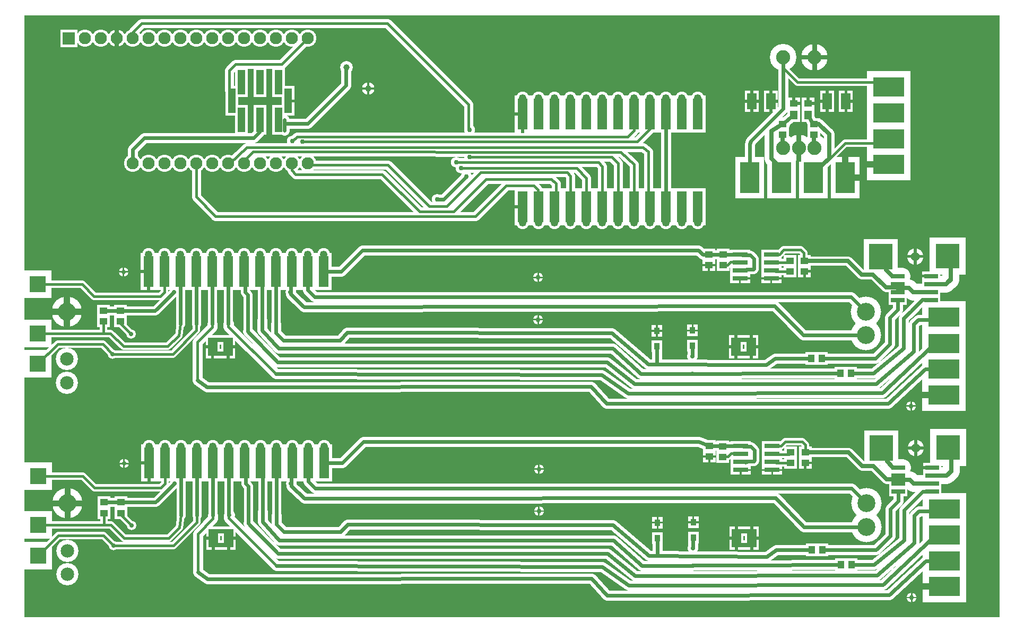
<source format=gbr>
%FSLAX34Y34*%
%MOMM*%
%LNCOPPER_TOP*%
G71*
G01*
%ADD10C,4.250*%
%ADD11R,2.000X1.900*%
%ADD12R,2.000X2.250*%
%ADD13C,1.500*%
%ADD14C,1.700*%
%ADD15C,2.300*%
%ADD16R,4.650X6.600*%
%ADD17C,1.600*%
%ADD18R,2.300X3.400*%
%ADD19C,3.550*%
%ADD20C,4.850*%
%ADD21R,3.000X1.500*%
%ADD22R,5.800X6.000*%
%ADD23R,5.400X5.650*%
%ADD24C,2.700*%
%ADD25R,7.000X5.050*%
%ADD26C,2.600*%
%ADD27R,2.300X3.800*%
%ADD28R,2.550X6.000*%
%ADD29R,1.700X1.850*%
%ADD30R,1.900X2.000*%
%ADD31C,1.700*%
%ADD32R,4.500X4.500*%
%ADD33C,1.200*%
%ADD34C,1.500*%
%ADD35R,3.200X1.600*%
%ADD36C,1.450*%
%ADD37C,1.400*%
%ADD38C,2.050*%
%ADD39C,1.750*%
%ADD40C,1.550*%
%ADD41R,2.100X4.800*%
%ADD42C,2.750*%
%ADD43C,2.000*%
%ADD44C,0.750*%
%ADD45C,0.513*%
%ADD46C,0.535*%
%ADD47C,1.017*%
%ADD48C,0.500*%
%ADD49C,0.950*%
%ADD50C,0.483*%
%ADD51C,0.467*%
%ADD52C,0.517*%
%ADD53C,0.300*%
%ADD54C,0.233*%
%ADD55C,0.267*%
%ADD56C,0.367*%
%ADD57C,0.250*%
%ADD58C,0.433*%
%ADD59C,0.650*%
%ADD60C,0.333*%
%ADD61C,2.250*%
%ADD62R,1.200X1.100*%
%ADD63R,1.200X1.450*%
%ADD64C,0.700*%
%ADD65R,3.050X5.000*%
%ADD66C,0.600*%
%ADD67R,1.500X2.600*%
%ADD68C,2.150*%
%ADD69C,2.850*%
%ADD70R,2.200X0.700*%
%ADD71R,3.800X4.000*%
%ADD72R,3.800X4.050*%
%ADD73R,5.000X3.050*%
%ADD74C,1.400*%
%ADD75R,1.500X3.000*%
%ADD76R,1.550X5.000*%
%ADD77R,0.900X1.050*%
%ADD78R,1.100X1.200*%
%ADD79C,0.700*%
%ADD80C,0.400*%
%ADD81R,2.500X2.500*%
%ADD82R,2.400X0.800*%
%ADD83C,1.250*%
%ADD84C,0.750*%
%ADD85R,1.300X4.000*%
%ADD86C,1.950*%
%ADD87C,1.000*%
%LPD*%
G36*
X0Y1500000D02*
X1556000Y1500000D01*
X1556000Y539000D01*
X0Y539000D01*
X0Y1500000D01*
G37*
%LPC*%
X1211100Y1287700D02*
G54D10*
D03*
X1261100Y1287700D02*
G54D10*
D03*
X1236100Y1287700D02*
G54D10*
D03*
X1211100Y1432700D02*
G54D10*
D03*
X1261100Y1432700D02*
G54D10*
D03*
X1209600Y1326200D02*
G54D11*
D03*
X1209600Y1309200D02*
G54D11*
D03*
X1259600Y1326200D02*
G54D11*
D03*
X1259600Y1309200D02*
G54D11*
D03*
X1227600Y1359200D02*
G54D11*
D03*
X1227600Y1340200D02*
G54D12*
D03*
X1250600Y1359200D02*
G54D11*
D03*
X1250600Y1340200D02*
G54D12*
D03*
G54D13*
X1209600Y1309200D02*
X1211100Y1287700D01*
G54D13*
X1259600Y1309200D02*
X1261100Y1287700D01*
G54D14*
X1259600Y1326200D02*
X1267600Y1326200D01*
X1284100Y1309700D01*
X1284100Y1271100D01*
X1257300Y1246300D01*
G54D15*
X1218500Y1232300D02*
X1218500Y1244300D01*
X1192100Y1270700D01*
X1192100Y1314700D01*
X1209600Y1326200D01*
X1208500Y1240300D02*
G54D16*
D03*
X1259300Y1240300D02*
G54D16*
D03*
X1310100Y1240300D02*
G54D16*
D03*
X1157700Y1240300D02*
G54D16*
D03*
G54D17*
X1209600Y1326200D02*
X1226600Y1340200D01*
G54D17*
X1250600Y1340200D02*
X1258600Y1326200D01*
X1259600Y1326200D01*
G54D17*
X1211100Y1432700D02*
X1211100Y1350700D01*
X1159100Y1298700D01*
X1157100Y1293700D01*
X1157700Y1240300D01*
X1161100Y1362700D02*
G54D18*
D03*
X1191100Y1362700D02*
G54D18*
D03*
X1281100Y1362700D02*
G54D18*
D03*
X1311100Y1362700D02*
G54D18*
D03*
X67800Y913200D02*
G54D19*
D03*
X67800Y950900D02*
G54D19*
D03*
X67800Y1026300D02*
G54D20*
D03*
X1342700Y989000D02*
G54D20*
D03*
X1342700Y1026700D02*
G54D20*
D03*
X1393400Y1083500D02*
G54D21*
D03*
X1393400Y1070800D02*
G54D21*
D03*
X1393400Y1058100D02*
G54D21*
D03*
X1393400Y1045400D02*
G54D21*
D03*
X1447400Y1045400D02*
G54D21*
D03*
X1447400Y1058100D02*
G54D21*
D03*
X1447400Y1070800D02*
G54D21*
D03*
X1447400Y1083500D02*
G54D21*
D03*
X1473400Y1115500D02*
G54D22*
D03*
X1366400Y1114500D02*
G54D23*
D03*
G54D24*
X1447400Y1058100D02*
X1417900Y1058100D01*
X1411800Y1064200D01*
X1394100Y1064200D01*
X1393400Y1063500D01*
G54D24*
X1468400Y1107500D02*
X1478400Y1097500D01*
X1478400Y1077500D01*
X1473400Y1072500D01*
G54D24*
X1452400Y1070800D02*
X1470700Y1070800D01*
X1478400Y1078500D01*
G54D24*
X1375400Y1113500D02*
X1375400Y1093500D01*
X1385400Y1083500D01*
X1400400Y1083500D01*
X1467400Y1017500D02*
G54D25*
D03*
X1467400Y975500D02*
G54D25*
D03*
X1467400Y934500D02*
G54D25*
D03*
X1467400Y893500D02*
G54D25*
D03*
X1421503Y1114674D02*
G54D26*
D03*
X300200Y970500D02*
G54D27*
D03*
X325100Y970500D02*
G54D27*
D03*
X1135200Y970500D02*
G54D27*
D03*
X1160100Y970500D02*
G54D27*
D03*
G54D13*
X302400Y981500D02*
X325400Y981500D01*
G54D13*
X303400Y959500D02*
X325400Y959500D01*
X1135200Y970500D02*
G54D27*
D03*
X1160100Y970500D02*
G54D27*
D03*
G54D13*
X1137400Y981500D02*
X1160400Y981500D01*
G54D13*
X1138400Y959500D02*
X1160400Y959500D01*
X477700Y1091000D02*
G54D28*
D03*
X452300Y1091000D02*
G54D28*
D03*
X426900Y1091000D02*
G54D28*
D03*
X401500Y1091000D02*
G54D28*
D03*
X376100Y1091000D02*
G54D28*
D03*
X350700Y1091000D02*
G54D28*
D03*
X325300Y1091000D02*
G54D28*
D03*
X299900Y1091000D02*
G54D28*
D03*
X274500Y1091000D02*
G54D28*
D03*
X249100Y1091000D02*
G54D28*
D03*
X223700Y1091000D02*
G54D28*
D03*
X198300Y1091000D02*
G54D28*
D03*
G54D17*
X477700Y1091000D02*
X505900Y1091000D01*
X539700Y1124800D01*
X1075400Y1124800D01*
X1082600Y1117600D01*
G54D17*
X452300Y1091000D02*
X452300Y1061200D01*
X463300Y1050200D01*
X1319200Y1050200D01*
X1342700Y1026700D01*
G54D17*
X425200Y1080000D02*
X425200Y1054000D01*
X445900Y1034300D01*
X1197600Y1035300D01*
X1243000Y988900D01*
X1342600Y988900D01*
X1342700Y989000D01*
G54D17*
X1393400Y1045400D02*
X1393400Y1029700D01*
X1380700Y1017000D01*
X1380700Y974500D01*
X1358200Y952000D01*
G54D17*
X379000Y1013000D02*
X379100Y996700D01*
X405200Y967600D01*
X938900Y967600D01*
X984200Y927100D01*
X1302000Y928100D01*
G54D17*
X1440000Y1045500D02*
X1432400Y1045500D01*
X1414400Y1027500D01*
G54D17*
X1448500Y969800D02*
X1446500Y969800D01*
X1369000Y896400D01*
X963400Y895800D01*
X921000Y925200D01*
X401000Y927000D01*
G54D17*
X1467400Y934500D02*
X1437800Y934500D01*
X1378800Y880300D01*
X928800Y879600D01*
X904100Y906800D01*
X291000Y905800D01*
X276000Y917000D01*
X1009344Y970953D02*
G54D29*
D03*
X1009344Y995653D02*
G54D29*
D03*
X1066344Y971753D02*
G54D29*
D03*
X1066344Y996453D02*
G54D29*
D03*
X1272800Y952000D02*
G54D30*
D03*
X1255800Y952000D02*
G54D30*
D03*
X1319000Y928100D02*
G54D30*
D03*
X1302000Y928100D02*
G54D30*
D03*
G54D17*
X1272800Y952000D02*
X1358200Y952000D01*
X1380700Y974500D01*
G54D17*
X1414400Y1027500D02*
X1402800Y1015900D01*
X1402800Y967600D01*
X1354400Y928100D01*
G54D17*
X1319000Y928100D02*
X1354400Y928100D01*
X1066000Y927000D02*
G54D31*
D03*
X1066000Y955000D02*
G54D31*
D03*
G54D17*
X1066000Y955000D02*
X1066000Y971409D01*
X1066344Y971753D01*
G54D17*
X1009344Y970953D02*
X1009344Y943344D01*
X1009000Y943000D01*
G54D17*
X401500Y1007000D02*
X401500Y992500D01*
X413000Y981000D01*
X504000Y981000D01*
X515000Y993000D01*
G54D17*
X1255800Y952000D02*
X1198400Y951900D01*
X1183500Y941500D01*
X995700Y942600D01*
X937600Y992300D01*
X515000Y993000D01*
G54D17*
X1467400Y1017500D02*
X1463900Y1014000D01*
X1426300Y1014000D01*
X1419200Y1006900D01*
X1419200Y963100D01*
X1359300Y911600D01*
X973900Y911100D01*
X929900Y946200D01*
X404000Y946200D01*
X356400Y994800D01*
G54D17*
X326300Y1008000D02*
X325300Y1007000D01*
X325300Y1002700D01*
X401000Y927000D01*
G54D17*
X299900Y1007000D02*
X299900Y1001900D01*
X276000Y978000D01*
X276000Y917000D01*
X21000Y1070000D02*
G54D32*
D03*
X21000Y992000D02*
G54D32*
D03*
X21000Y943000D02*
G54D32*
D03*
G54D33*
X223700Y1091000D02*
X223700Y1057700D01*
X217000Y1051000D01*
X111000Y1051000D01*
X92000Y1070000D01*
X21000Y1070000D01*
G54D33*
X21000Y992000D02*
X137000Y992000D01*
X158000Y971000D01*
X229000Y971000D01*
X246000Y988000D01*
X249100Y1007000D01*
G54D33*
X274500Y1007000D02*
X274500Y996500D01*
X237000Y959000D01*
X141000Y959000D01*
X125000Y975000D01*
X53000Y975000D01*
X21000Y943000D01*
X158000Y1090000D02*
G54D34*
D03*
X126000Y1011000D02*
G54D11*
D03*
X126000Y1028000D02*
G54D11*
D03*
X153000Y1011000D02*
G54D11*
D03*
X153000Y1028000D02*
G54D11*
D03*
G54D33*
X126000Y1011000D02*
X126000Y992000D01*
X141000Y959000D02*
G54D34*
D03*
X170000Y991000D02*
G54D34*
D03*
G54D33*
X153000Y1011000D02*
X153000Y1008000D01*
X170000Y991000D01*
X1142066Y1117801D02*
G54D35*
D03*
X1142066Y1105101D02*
G54D35*
D03*
X1142066Y1092401D02*
G54D35*
D03*
X1142067Y1079701D02*
G54D35*
D03*
X1192066Y1079701D02*
G54D35*
D03*
X1192066Y1092401D02*
G54D35*
D03*
X1192066Y1105101D02*
G54D35*
D03*
X1192066Y1117801D02*
G54D35*
D03*
X1222000Y1091000D02*
G54D11*
D03*
X1222000Y1108000D02*
G54D11*
D03*
X1245000Y1091000D02*
G54D11*
D03*
X1245000Y1108000D02*
G54D11*
D03*
G54D33*
X1197000Y1105000D02*
X1219000Y1105000D01*
X1222000Y1108000D01*
G54D33*
X1222000Y1091000D02*
X1199000Y1091000D01*
X1198000Y1092000D01*
G54D33*
X1201000Y1118000D02*
X1205000Y1118000D01*
X1212000Y1125000D01*
X1239000Y1125000D01*
X1244000Y1120000D01*
X1244000Y1109000D01*
X1245000Y1108000D01*
G54D36*
X1245000Y1108000D02*
X1314000Y1108000D01*
X1336000Y1086000D01*
X1354000Y1086000D01*
X1375000Y1065000D01*
X1391900Y1065000D01*
X1393400Y1063500D01*
X1092000Y1118000D02*
G54D11*
D03*
X1092000Y1101000D02*
G54D11*
D03*
X1115000Y1101000D02*
G54D11*
D03*
X1115000Y1118000D02*
G54D11*
D03*
G54D37*
X1146000Y1117000D02*
X1158000Y1117000D01*
X1164000Y1111000D01*
X1164000Y1095000D01*
X1163000Y1094000D01*
X1152000Y1094000D01*
X1150000Y1092000D01*
G54D33*
X1138000Y1106000D02*
X1127000Y1106000D01*
X1122000Y1101000D01*
X1115000Y1101000D01*
G54D37*
X1115000Y1118000D02*
X1138000Y1118000D01*
G54D37*
X1082600Y1117600D02*
X1114600Y1117600D01*
X1115000Y1118000D01*
G54D37*
X401500Y992500D02*
X401500Y1082500D01*
X402000Y1083000D01*
G54D37*
X379000Y1013000D02*
X379000Y1075000D01*
X377000Y1077000D01*
G54D37*
X356400Y994800D02*
X356400Y1053600D01*
X352000Y1058000D01*
X352000Y1080000D01*
G54D37*
X325300Y1007000D02*
X325300Y1091000D01*
G54D37*
X299900Y1007000D02*
X299900Y1091000D01*
G54D37*
X274500Y1007000D02*
X274500Y1091000D01*
G54D37*
X249100Y1007000D02*
X249100Y1091000D01*
G54D37*
X126000Y1028000D02*
X153000Y1028000D01*
X239000Y1058000D02*
G54D34*
D03*
G54D37*
X153000Y1028000D02*
X208000Y1028000D01*
X239000Y1058000D01*
X424200Y1058000D02*
G54D34*
D03*
X223700Y1091000D02*
G54D34*
D03*
X249100Y1091000D02*
G54D34*
D03*
X274500Y1091000D02*
G54D34*
D03*
X299900Y1091000D02*
G54D34*
D03*
X325300Y1091000D02*
G54D34*
D03*
X350700Y1091000D02*
G54D34*
D03*
X376100Y1091000D02*
G54D34*
D03*
X401500Y1091000D02*
G54D34*
D03*
X426900Y1091000D02*
G54D34*
D03*
X452300Y1091000D02*
G54D34*
D03*
X477700Y1091000D02*
G54D34*
D03*
X198300Y1091000D02*
G54D34*
D03*
X198400Y1118200D02*
G54D38*
D03*
X223800Y1118200D02*
G54D38*
D03*
X249200Y1118200D02*
G54D38*
D03*
X274600Y1118200D02*
G54D38*
D03*
X300000Y1118200D02*
G54D38*
D03*
X325400Y1118200D02*
G54D38*
D03*
X350800Y1118200D02*
G54D38*
D03*
X376200Y1118200D02*
G54D38*
D03*
X401600Y1118200D02*
G54D38*
D03*
X427000Y1118200D02*
G54D38*
D03*
X452400Y1118200D02*
G54D38*
D03*
X477800Y1118200D02*
G54D38*
D03*
X1379400Y1385500D02*
G54D39*
D03*
X1259300Y1240300D02*
G54D39*
D03*
X1208500Y1240300D02*
G54D39*
D03*
X820000Y1081000D02*
G54D40*
D03*
X820000Y1014000D02*
G54D40*
D03*
X1415000Y876000D02*
G54D40*
D03*
X68800Y607200D02*
G54D19*
D03*
X68800Y644900D02*
G54D19*
D03*
X68800Y720300D02*
G54D20*
D03*
X1343700Y683000D02*
G54D20*
D03*
X1343700Y720700D02*
G54D20*
D03*
X1394400Y777500D02*
G54D21*
D03*
X1394400Y764800D02*
G54D21*
D03*
X1394400Y752100D02*
G54D21*
D03*
X1394400Y739400D02*
G54D21*
D03*
X1448400Y739400D02*
G54D21*
D03*
X1448400Y752100D02*
G54D21*
D03*
X1448400Y764800D02*
G54D21*
D03*
X1448400Y777500D02*
G54D21*
D03*
X1474400Y809500D02*
G54D22*
D03*
X1367400Y808500D02*
G54D23*
D03*
G54D24*
X1448400Y752100D02*
X1418900Y752100D01*
X1412800Y758200D01*
X1395100Y758200D01*
X1394400Y757500D01*
G54D24*
X1469400Y801500D02*
X1479400Y791500D01*
X1479400Y771500D01*
X1474400Y766500D01*
G54D24*
X1453400Y764800D02*
X1471700Y764800D01*
X1479400Y772500D01*
G54D24*
X1376400Y807500D02*
X1376400Y787500D01*
X1386400Y777500D01*
X1401400Y777500D01*
X1468400Y711500D02*
G54D25*
D03*
X1468400Y669500D02*
G54D25*
D03*
X1468400Y628500D02*
G54D25*
D03*
X1468400Y587500D02*
G54D25*
D03*
X1422503Y808674D02*
G54D26*
D03*
X301200Y664500D02*
G54D27*
D03*
X326100Y664500D02*
G54D27*
D03*
X1136200Y664500D02*
G54D27*
D03*
X1161100Y664500D02*
G54D27*
D03*
G54D13*
X303400Y675500D02*
X326400Y675500D01*
G54D13*
X304400Y653500D02*
X326400Y653500D01*
X1136200Y664500D02*
G54D27*
D03*
X1161100Y664500D02*
G54D27*
D03*
G54D13*
X1138400Y675500D02*
X1161400Y675500D01*
G54D13*
X1139400Y653500D02*
X1161400Y653500D01*
X478700Y785000D02*
G54D28*
D03*
X453300Y785000D02*
G54D28*
D03*
X427900Y785000D02*
G54D28*
D03*
X402500Y785000D02*
G54D28*
D03*
X377100Y785000D02*
G54D28*
D03*
X351700Y785000D02*
G54D28*
D03*
X326300Y785000D02*
G54D28*
D03*
X300900Y785000D02*
G54D28*
D03*
X275500Y785000D02*
G54D28*
D03*
X250100Y785000D02*
G54D28*
D03*
X224700Y785000D02*
G54D28*
D03*
X199300Y785000D02*
G54D28*
D03*
G54D17*
X478700Y785000D02*
X506900Y785000D01*
X540700Y818800D01*
X1076400Y818800D01*
X1093000Y812000D01*
G54D17*
X453300Y785000D02*
X453300Y755200D01*
X464300Y744200D01*
X1320200Y744200D01*
X1343700Y720700D01*
G54D17*
X426200Y774000D02*
X426200Y748000D01*
X446900Y728300D01*
X1198600Y729300D01*
X1244000Y682900D01*
X1343600Y682900D01*
X1343700Y683000D01*
G54D17*
X1394400Y739400D02*
X1394400Y723700D01*
X1381700Y711000D01*
X1381700Y668500D01*
X1359200Y646000D01*
G54D17*
X380000Y707000D02*
X380100Y690700D01*
X406200Y661600D01*
X939900Y661600D01*
X985200Y621100D01*
X1303000Y622100D01*
G54D17*
X1441000Y739500D02*
X1433400Y739500D01*
X1415400Y721500D01*
G54D17*
X1449500Y663800D02*
X1447500Y663800D01*
X1370000Y590400D01*
X964400Y589800D01*
X922000Y619200D01*
X402000Y621000D01*
G54D17*
X1468400Y628500D02*
X1438800Y628500D01*
X1379800Y574300D01*
X929800Y573600D01*
X905100Y600800D01*
X292000Y599800D01*
X277000Y611000D01*
X1010344Y664953D02*
G54D29*
D03*
X1010344Y689653D02*
G54D29*
D03*
X1067344Y665753D02*
G54D29*
D03*
X1067344Y690453D02*
G54D29*
D03*
X1273800Y646000D02*
G54D30*
D03*
X1256800Y646000D02*
G54D30*
D03*
X1320000Y622100D02*
G54D30*
D03*
X1303000Y622100D02*
G54D30*
D03*
G54D17*
X1273800Y646000D02*
X1359200Y646000D01*
X1381700Y668500D01*
G54D17*
X1415400Y721500D02*
X1403800Y709900D01*
X1403800Y661600D01*
X1355400Y622100D01*
G54D17*
X1320000Y622100D02*
X1355400Y622100D01*
X1067000Y621000D02*
G54D31*
D03*
X1067000Y649000D02*
G54D31*
D03*
G54D17*
X1067000Y649000D02*
X1067000Y665409D01*
X1067344Y665753D01*
G54D17*
X1010344Y664953D02*
X1010344Y637344D01*
X1010000Y637000D01*
G54D17*
X402500Y701000D02*
X402500Y686500D01*
X414000Y675000D01*
X505000Y675000D01*
X516000Y687000D01*
G54D17*
X1256800Y646000D02*
X1199400Y645900D01*
X1184500Y635500D01*
X996700Y636600D01*
X938600Y686300D01*
X516000Y687000D01*
G54D17*
X1468400Y711500D02*
X1464900Y708000D01*
X1427300Y708000D01*
X1420200Y700900D01*
X1420200Y657100D01*
X1360300Y605600D01*
X974900Y605100D01*
X930900Y640200D01*
X405000Y640200D01*
X357400Y688800D01*
G54D17*
X327300Y702000D02*
X326300Y701000D01*
X326300Y696700D01*
X402000Y621000D01*
G54D17*
X300900Y701000D02*
X300900Y695900D01*
X277000Y672000D01*
X277000Y611000D01*
X22000Y764000D02*
G54D32*
D03*
X22000Y686000D02*
G54D32*
D03*
X22000Y637000D02*
G54D32*
D03*
G54D33*
X224700Y785000D02*
X224700Y751700D01*
X218000Y745000D01*
X112000Y745000D01*
X93000Y764000D01*
X22000Y764000D01*
G54D33*
X22000Y686000D02*
X138000Y686000D01*
X159000Y665000D01*
X230000Y665000D01*
X247000Y682000D01*
X250100Y701000D01*
G54D33*
X275500Y701000D02*
X275500Y690500D01*
X238000Y653000D01*
X142000Y653000D01*
X126000Y669000D01*
X54000Y669000D01*
X22000Y637000D01*
X159000Y784000D02*
G54D34*
D03*
X127000Y705000D02*
G54D11*
D03*
X127000Y722000D02*
G54D11*
D03*
X154000Y705000D02*
G54D11*
D03*
X154000Y722000D02*
G54D11*
D03*
G54D33*
X127000Y705000D02*
X127000Y686000D01*
X142000Y653000D02*
G54D34*
D03*
X171000Y685000D02*
G54D34*
D03*
G54D33*
X154000Y705000D02*
X154000Y702000D01*
X171000Y685000D01*
X1143066Y811801D02*
G54D35*
D03*
X1143066Y799101D02*
G54D35*
D03*
X1143066Y786401D02*
G54D35*
D03*
X1143067Y773701D02*
G54D35*
D03*
X1193066Y773701D02*
G54D35*
D03*
X1193066Y786401D02*
G54D35*
D03*
X1193066Y799101D02*
G54D35*
D03*
X1193066Y811801D02*
G54D35*
D03*
X1223000Y785000D02*
G54D11*
D03*
X1223000Y802000D02*
G54D11*
D03*
X1246000Y785000D02*
G54D11*
D03*
X1246000Y802000D02*
G54D11*
D03*
G54D33*
X1198000Y799000D02*
X1220000Y799000D01*
X1223000Y802000D01*
G54D33*
X1223000Y785000D02*
X1200000Y785000D01*
X1199000Y786000D01*
G54D36*
X1246000Y802000D02*
X1315000Y802000D01*
X1337000Y780000D01*
X1355000Y780000D01*
X1376000Y759000D01*
X1392900Y759000D01*
X1394400Y757500D01*
X1093000Y812000D02*
G54D11*
D03*
X1093000Y795000D02*
G54D11*
D03*
X1114000Y794000D02*
G54D11*
D03*
X1114000Y811000D02*
G54D11*
D03*
G54D37*
X1147000Y811000D02*
X1159000Y811000D01*
X1165000Y805000D01*
X1165000Y789000D01*
X1164000Y788000D01*
X1153000Y788000D01*
X1151000Y786000D01*
G54D33*
X1139000Y800000D02*
X1128000Y800000D01*
X1123000Y795000D01*
X1116000Y795000D01*
G54D37*
X402500Y686500D02*
X402500Y776500D01*
X403000Y777000D01*
G54D37*
X380000Y707000D02*
X380000Y769000D01*
X378000Y771000D01*
G54D37*
X357400Y688800D02*
X357400Y747600D01*
X353000Y752000D01*
X353000Y774000D01*
G54D37*
X326300Y701000D02*
X326300Y785000D01*
G54D37*
X300900Y701000D02*
X300900Y785000D01*
G54D37*
X275500Y701000D02*
X275500Y785000D01*
G54D37*
X250100Y701000D02*
X250100Y785000D01*
G54D37*
X127000Y722000D02*
X154000Y722000D01*
X240000Y752000D02*
G54D34*
D03*
G54D37*
X154000Y722000D02*
X209000Y722000D01*
X240000Y752000D01*
X425200Y752000D02*
G54D34*
D03*
X224700Y785000D02*
G54D34*
D03*
X250100Y785000D02*
G54D34*
D03*
X275500Y785000D02*
G54D34*
D03*
X300900Y785000D02*
G54D34*
D03*
X326300Y785000D02*
G54D34*
D03*
X351700Y785000D02*
G54D34*
D03*
X377100Y785000D02*
G54D34*
D03*
X402500Y785000D02*
G54D34*
D03*
X427900Y785000D02*
G54D34*
D03*
X453300Y785000D02*
G54D34*
D03*
X478700Y785000D02*
G54D34*
D03*
X199300Y785000D02*
G54D34*
D03*
X821000Y775000D02*
G54D40*
D03*
X821000Y708000D02*
G54D40*
D03*
X1416000Y570000D02*
G54D40*
D03*
X199400Y811200D02*
G54D38*
D03*
X224800Y811200D02*
G54D38*
D03*
X250200Y811200D02*
G54D38*
D03*
X275600Y811200D02*
G54D38*
D03*
X301000Y811200D02*
G54D38*
D03*
X326400Y811200D02*
G54D38*
D03*
X351800Y811200D02*
G54D38*
D03*
X377200Y811200D02*
G54D38*
D03*
X402600Y811200D02*
G54D38*
D03*
X428000Y811200D02*
G54D38*
D03*
X453400Y811200D02*
G54D38*
D03*
X478800Y811200D02*
G54D38*
D03*
X1379400Y1385500D02*
G54D25*
D03*
X1379400Y1343500D02*
G54D25*
D03*
X1379400Y1302500D02*
G54D25*
D03*
X1379400Y1261500D02*
G54D25*
D03*
X1379400Y1343500D02*
G54D40*
D03*
X1379400Y1302500D02*
G54D40*
D03*
X1379400Y1261500D02*
G54D40*
D03*
G54D33*
X1211100Y1432700D02*
X1211100Y1415900D01*
X1234000Y1393000D01*
X1371900Y1393000D01*
X1379400Y1385500D01*
G54D33*
X1284100Y1271100D02*
X1285100Y1271100D01*
X1310000Y1296000D01*
X1360000Y1296000D01*
X1361000Y1297000D01*
G54D37*
X1093000Y812000D02*
X1125000Y812000D01*
X1143066Y811801D01*
G54D33*
X1203000Y812000D02*
X1207000Y812000D01*
X1214000Y819000D01*
X1241000Y819000D01*
X1246000Y814000D01*
X1246000Y803000D01*
X1247000Y802000D01*
X820700Y1194000D02*
G54D34*
D03*
X846100Y1194000D02*
G54D34*
D03*
X871500Y1194000D02*
G54D34*
D03*
X896900Y1194000D02*
G54D34*
D03*
X922300Y1194000D02*
G54D34*
D03*
X947700Y1194000D02*
G54D34*
D03*
X973100Y1194000D02*
G54D34*
D03*
X998500Y1194000D02*
G54D34*
D03*
X1023900Y1194000D02*
G54D34*
D03*
X1049300Y1194000D02*
G54D34*
D03*
X1074700Y1194000D02*
G54D34*
D03*
X795300Y1194000D02*
G54D34*
D03*
X1074700Y1194000D02*
G54D28*
D03*
X1049300Y1194000D02*
G54D28*
D03*
X1023900Y1194000D02*
G54D28*
D03*
X998500Y1194000D02*
G54D28*
D03*
X973100Y1194000D02*
G54D28*
D03*
X947700Y1194000D02*
G54D28*
D03*
X922300Y1194000D02*
G54D28*
D03*
X896900Y1194000D02*
G54D28*
D03*
X871500Y1194000D02*
G54D28*
D03*
X846100Y1194000D02*
G54D28*
D03*
X820700Y1194000D02*
G54D28*
D03*
X795300Y1194000D02*
G54D28*
D03*
X1074700Y1342000D02*
G54D28*
D03*
X1049300Y1342000D02*
G54D28*
D03*
X1023900Y1342000D02*
G54D28*
D03*
X998500Y1342000D02*
G54D28*
D03*
X973100Y1342000D02*
G54D28*
D03*
X947700Y1342000D02*
G54D28*
D03*
X922300Y1342000D02*
G54D28*
D03*
X896900Y1342000D02*
G54D28*
D03*
X871500Y1342000D02*
G54D28*
D03*
X846100Y1342000D02*
G54D28*
D03*
X820700Y1342000D02*
G54D28*
D03*
X795300Y1342000D02*
G54D28*
D03*
X820700Y1342000D02*
G54D34*
D03*
X846100Y1342000D02*
G54D34*
D03*
X871500Y1342000D02*
G54D34*
D03*
X896900Y1342000D02*
G54D34*
D03*
X922300Y1342000D02*
G54D34*
D03*
X947700Y1342000D02*
G54D34*
D03*
X973100Y1342000D02*
G54D34*
D03*
X998500Y1342000D02*
G54D34*
D03*
X1023900Y1342000D02*
G54D34*
D03*
X1049300Y1342000D02*
G54D34*
D03*
X1074700Y1342000D02*
G54D34*
D03*
X795300Y1342000D02*
G54D34*
D03*
X795400Y1168200D02*
G54D38*
D03*
X820800Y1168200D02*
G54D38*
D03*
X846200Y1168200D02*
G54D38*
D03*
X871600Y1168200D02*
G54D38*
D03*
X897000Y1168200D02*
G54D38*
D03*
X922400Y1168200D02*
G54D38*
D03*
X947800Y1168200D02*
G54D38*
D03*
X973200Y1168200D02*
G54D38*
D03*
X998600Y1168200D02*
G54D38*
D03*
X1024000Y1168200D02*
G54D38*
D03*
X1049400Y1168200D02*
G54D38*
D03*
X1074800Y1168200D02*
G54D38*
D03*
X795400Y1367200D02*
G54D38*
D03*
X820800Y1367200D02*
G54D38*
D03*
X846200Y1367200D02*
G54D38*
D03*
X871600Y1367200D02*
G54D38*
D03*
X897000Y1367200D02*
G54D38*
D03*
X922400Y1367200D02*
G54D38*
D03*
X947800Y1367200D02*
G54D38*
D03*
X973200Y1367200D02*
G54D38*
D03*
X998600Y1367200D02*
G54D38*
D03*
X1024000Y1367200D02*
G54D38*
D03*
X1049400Y1367200D02*
G54D38*
D03*
X1074800Y1367200D02*
G54D38*
D03*
X331000Y1363000D02*
G54D41*
D03*
X421000Y1363000D02*
G54D41*
D03*
X346000Y1393000D02*
G54D41*
D03*
X376000Y1393000D02*
G54D41*
D03*
X406000Y1393000D02*
G54D41*
D03*
X406000Y1333000D02*
G54D41*
D03*
X376000Y1333000D02*
G54D41*
D03*
X346000Y1333000D02*
G54D41*
D03*
G36*
X57250Y1476750D02*
X84750Y1476750D01*
X84750Y1449250D01*
X57250Y1449250D01*
X57250Y1476750D01*
G37*
X96400Y1463000D02*
G54D42*
D03*
X121800Y1463000D02*
G54D42*
D03*
X147200Y1463000D02*
G54D42*
D03*
X172600Y1463000D02*
G54D42*
D03*
X198000Y1463000D02*
G54D42*
D03*
X223400Y1463000D02*
G54D42*
D03*
X248800Y1463000D02*
G54D42*
D03*
X274200Y1463000D02*
G54D42*
D03*
X299600Y1463000D02*
G54D42*
D03*
X325000Y1463000D02*
G54D42*
D03*
X350400Y1463000D02*
G54D42*
D03*
X375800Y1463000D02*
G54D42*
D03*
X401200Y1463000D02*
G54D42*
D03*
X426600Y1463000D02*
G54D42*
D03*
X452000Y1463000D02*
G54D42*
D03*
X172600Y1263000D02*
G54D42*
D03*
X198000Y1263000D02*
G54D42*
D03*
X223400Y1263000D02*
G54D42*
D03*
X248800Y1263000D02*
G54D42*
D03*
X274200Y1263000D02*
G54D42*
D03*
X299600Y1263000D02*
G54D42*
D03*
X325000Y1263000D02*
G54D42*
D03*
X350400Y1263000D02*
G54D42*
D03*
X375800Y1263000D02*
G54D42*
D03*
X401200Y1263000D02*
G54D42*
D03*
X426600Y1263000D02*
G54D42*
D03*
X452000Y1263000D02*
G54D42*
D03*
X514000Y1417000D02*
G54D43*
D03*
X549000Y1383000D02*
G54D43*
D03*
G54D17*
X415000Y1333000D02*
X415000Y1316000D01*
X415000Y1327000D01*
X452000Y1327000D01*
X513000Y1388000D01*
X513000Y1416000D01*
X514000Y1417000D01*
G54D17*
X172600Y1263000D02*
X172600Y1285600D01*
X191000Y1304000D01*
X366000Y1304000D01*
X375000Y1313000D01*
G54D37*
X327000Y1380000D02*
X327000Y1412000D01*
X337000Y1422000D01*
X411000Y1422000D01*
X452000Y1463000D01*
G54D17*
X1024000Y1168200D02*
X1024000Y1341900D01*
X1023900Y1342000D01*
X705000Y1242000D02*
G54D39*
D03*
X659000Y1206000D02*
G54D39*
D03*
G54D37*
X350400Y1263000D02*
X350400Y1267400D01*
X365000Y1282000D01*
X952000Y1281000D01*
X973000Y1262000D01*
X973100Y1194000D01*
G54D37*
X325000Y1263000D02*
X328000Y1263000D01*
X355000Y1289000D01*
X987000Y1289000D01*
X996000Y1282000D01*
X996000Y1196500D01*
X998500Y1194000D01*
G54D37*
X172600Y1463000D02*
X172600Y1472600D01*
X187000Y1487000D01*
G54D37*
X973100Y1342000D02*
X973100Y1316100D01*
X963000Y1306000D01*
X435000Y1306000D01*
X428000Y1299000D01*
G54D37*
X444000Y1298000D02*
X978000Y1298000D01*
X999000Y1319000D01*
X999000Y1341500D01*
X998500Y1342000D01*
X428000Y1299000D02*
G54D39*
D03*
X444000Y1298000D02*
G54D39*
D03*
G54D37*
X947700Y1194000D02*
X947700Y1263300D01*
X937000Y1274000D01*
X710000Y1274000D01*
X710000Y1274000D02*
G54D39*
D03*
X710000Y1317000D02*
G54D39*
D03*
G54D37*
X187000Y1487000D02*
X579000Y1487000D01*
X709000Y1357000D01*
X709000Y1318000D01*
X710000Y1317000D01*
G54D37*
X922300Y1194000D02*
X922300Y1258700D01*
X916000Y1265000D01*
X689000Y1265000D01*
G54D37*
X896900Y1194000D02*
X896900Y1240100D01*
X881000Y1256000D01*
X697000Y1256000D01*
X697000Y1256000D02*
G54D39*
D03*
X689000Y1265000D02*
G54D39*
D03*
G54D17*
X659000Y1206000D02*
X669000Y1206000D01*
X705000Y1242000D01*
G54D37*
X871500Y1194000D02*
X871500Y1243500D01*
X866000Y1249000D01*
X728000Y1249000D01*
X674000Y1195000D01*
X646000Y1195000D01*
X580000Y1261000D01*
X454000Y1261000D01*
X452000Y1263000D01*
G54D37*
X426600Y1263000D02*
X426600Y1252400D01*
X433000Y1246000D01*
X571000Y1246000D01*
X631000Y1186000D01*
X685000Y1186000D01*
X737000Y1238000D01*
X841000Y1238000D01*
X848000Y1231000D01*
X848000Y1195900D01*
X846100Y1194000D01*
G54D37*
X274200Y1263000D02*
X274200Y1209800D01*
X305000Y1179000D01*
X720000Y1179000D01*
X769000Y1228000D01*
X813000Y1228000D01*
X820000Y1221000D01*
X820000Y1194700D01*
X820700Y1194000D01*
%LPD*%
G54D44*
G36*
X1232350Y1287700D02*
X1232350Y1309450D01*
X1239850Y1309450D01*
X1239850Y1287700D01*
X1232350Y1287700D01*
G37*
G36*
X1239850Y1287700D02*
X1239850Y1265950D01*
X1232350Y1265950D01*
X1232350Y1287700D01*
X1239850Y1287700D01*
G37*
G54D44*
G36*
X1257350Y1432700D02*
X1257350Y1454450D01*
X1264850Y1454450D01*
X1264850Y1432700D01*
X1257350Y1432700D01*
G37*
G36*
X1261100Y1436450D02*
X1282850Y1436450D01*
X1282850Y1428950D01*
X1261100Y1428950D01*
X1261100Y1436450D01*
G37*
G36*
X1264850Y1432700D02*
X1264850Y1410950D01*
X1257350Y1410950D01*
X1257350Y1432700D01*
X1264850Y1432700D01*
G37*
G36*
X1261100Y1428950D02*
X1239350Y1428950D01*
X1239350Y1436450D01*
X1261100Y1436450D01*
X1261100Y1428950D01*
G37*
G54D45*
G36*
X1227600Y1361767D02*
X1238100Y1361767D01*
X1238100Y1356634D01*
X1227600Y1356634D01*
X1227600Y1361767D01*
G37*
G36*
X1225034Y1359200D02*
X1225033Y1369200D01*
X1230166Y1369200D01*
X1230166Y1359200D01*
X1225034Y1359200D01*
G37*
G54D46*
G36*
X1250600Y1361876D02*
X1261100Y1361876D01*
X1261100Y1356524D01*
X1250600Y1356523D01*
X1250600Y1361876D01*
G37*
G36*
X1247924Y1359200D02*
X1247923Y1369200D01*
X1253276Y1369200D01*
X1253276Y1359200D01*
X1247924Y1359200D01*
G37*
G54D47*
G36*
X1305016Y1240300D02*
X1305016Y1273800D01*
X1315184Y1273800D01*
X1315184Y1240300D01*
X1305016Y1240300D01*
G37*
G36*
X1310100Y1245384D02*
X1333850Y1245384D01*
X1333850Y1235217D01*
X1310100Y1235217D01*
X1310100Y1245384D01*
G37*
G54D48*
G36*
X1158600Y1362700D02*
X1158600Y1380200D01*
X1163600Y1380200D01*
X1163600Y1362700D01*
X1158600Y1362700D01*
G37*
G36*
X1161100Y1365200D02*
X1173100Y1365200D01*
X1173100Y1360200D01*
X1161100Y1360200D01*
X1161100Y1365200D01*
G37*
G36*
X1163600Y1362700D02*
X1163600Y1345200D01*
X1158600Y1345200D01*
X1158600Y1362700D01*
X1163600Y1362700D01*
G37*
G36*
X1161100Y1360200D02*
X1149100Y1360200D01*
X1149100Y1365200D01*
X1161100Y1365200D01*
X1161100Y1360200D01*
G37*
G54D48*
G36*
X1188600Y1362700D02*
X1188600Y1380200D01*
X1193600Y1380200D01*
X1193600Y1362700D01*
X1188600Y1362700D01*
G37*
G36*
X1191100Y1365200D02*
X1203100Y1365200D01*
X1203100Y1360200D01*
X1191100Y1360200D01*
X1191100Y1365200D01*
G37*
G36*
X1193600Y1362700D02*
X1193600Y1345200D01*
X1188600Y1345200D01*
X1188600Y1362700D01*
X1193600Y1362700D01*
G37*
G54D48*
G36*
X1278600Y1362700D02*
X1278600Y1380200D01*
X1283600Y1380200D01*
X1283600Y1362700D01*
X1278600Y1362700D01*
G37*
G36*
X1283600Y1362700D02*
X1283600Y1345200D01*
X1278600Y1345200D01*
X1278600Y1362700D01*
X1283600Y1362700D01*
G37*
G36*
X1281100Y1360200D02*
X1269100Y1360200D01*
X1269100Y1365200D01*
X1281100Y1365200D01*
X1281100Y1360200D01*
G37*
G54D48*
G36*
X1308600Y1362700D02*
X1308600Y1380200D01*
X1313600Y1380200D01*
X1313600Y1362700D01*
X1308600Y1362700D01*
G37*
G36*
X1311100Y1365200D02*
X1323100Y1365200D01*
X1323100Y1360200D01*
X1311100Y1360200D01*
X1311100Y1365200D01*
G37*
G36*
X1313600Y1362700D02*
X1313600Y1345200D01*
X1308600Y1345200D01*
X1308600Y1362700D01*
X1313600Y1362700D01*
G37*
G54D49*
G36*
X63050Y1026300D02*
X63050Y1051050D01*
X72550Y1051050D01*
X72550Y1026300D01*
X63050Y1026300D01*
G37*
G36*
X67800Y1031050D02*
X92550Y1031050D01*
X92550Y1021550D01*
X67800Y1021550D01*
X67800Y1031050D01*
G37*
G36*
X72550Y1026300D02*
X72550Y1001550D01*
X63050Y1001550D01*
X63050Y1026300D01*
X72550Y1026300D01*
G37*
G36*
X67800Y1021550D02*
X43050Y1021550D01*
X43050Y1031050D01*
X67800Y1031050D01*
X67800Y1021550D01*
G37*
G54D50*
G36*
X1447400Y1081085D02*
X1431900Y1081085D01*
X1431900Y1085915D01*
X1447400Y1085915D01*
X1447400Y1081085D01*
G37*
G54D47*
G36*
X1467400Y888416D02*
X1431900Y888416D01*
X1431900Y898584D01*
X1467400Y898584D01*
X1467400Y888416D01*
G37*
G54D51*
G36*
X1423836Y1114674D02*
X1423836Y1101174D01*
X1419170Y1101174D01*
X1419170Y1114674D01*
X1423836Y1114674D01*
G37*
G36*
X1421503Y1112341D02*
X1408003Y1112341D01*
X1408003Y1117007D01*
X1421503Y1117007D01*
X1421503Y1112341D01*
G37*
G36*
X1419170Y1114674D02*
X1419170Y1128174D01*
X1423836Y1128174D01*
X1423836Y1114674D01*
X1419170Y1114674D01*
G37*
G36*
X1421503Y1117007D02*
X1435003Y1117007D01*
X1435003Y1112341D01*
X1421503Y1112341D01*
X1421503Y1117007D01*
G37*
G54D48*
G36*
X302700Y970500D02*
X302700Y951000D01*
X297700Y951000D01*
X297700Y970500D01*
X302700Y970500D01*
G37*
G36*
X300200Y968000D02*
X288200Y968000D01*
X288200Y973000D01*
X300200Y973000D01*
X300200Y968000D01*
G37*
G54D48*
G36*
X325100Y973000D02*
X337100Y973000D01*
X337100Y968000D01*
X325100Y968000D01*
X325100Y973000D01*
G37*
G36*
X327600Y970500D02*
X327600Y951000D01*
X322600Y951000D01*
X322600Y970500D01*
X327600Y970500D01*
G37*
G54D48*
G36*
X1132700Y970500D02*
X1132700Y990000D01*
X1137700Y990000D01*
X1137700Y970500D01*
X1132700Y970500D01*
G37*
G36*
X1137700Y970500D02*
X1137700Y951000D01*
X1132700Y951000D01*
X1132700Y970500D01*
X1137700Y970500D01*
G37*
G36*
X1135200Y968000D02*
X1123200Y968000D01*
X1123200Y973000D01*
X1135200Y973000D01*
X1135200Y968000D01*
G37*
G54D48*
G36*
X1157600Y970500D02*
X1157600Y990000D01*
X1162600Y990000D01*
X1162600Y970500D01*
X1157600Y970500D01*
G37*
G36*
X1160100Y973000D02*
X1172100Y973000D01*
X1172100Y968000D01*
X1160100Y968000D01*
X1160100Y973000D01*
G37*
G36*
X1162600Y970500D02*
X1162600Y951000D01*
X1157600Y951000D01*
X1157600Y970500D01*
X1162600Y970500D01*
G37*
G54D48*
G36*
X1132700Y970500D02*
X1132700Y990000D01*
X1137700Y990000D01*
X1137700Y970500D01*
X1132700Y970500D01*
G37*
G36*
X1137700Y970500D02*
X1137700Y951000D01*
X1132700Y951000D01*
X1132700Y970500D01*
X1137700Y970500D01*
G37*
G36*
X1135200Y968000D02*
X1123200Y968000D01*
X1123200Y973000D01*
X1135200Y973000D01*
X1135200Y968000D01*
G37*
G54D48*
G36*
X1157600Y970500D02*
X1157600Y990000D01*
X1162600Y990000D01*
X1162600Y970500D01*
X1157600Y970500D01*
G37*
G36*
X1160100Y973000D02*
X1172100Y973000D01*
X1172100Y968000D01*
X1160100Y968000D01*
X1160100Y973000D01*
G37*
G36*
X1162600Y970500D02*
X1162600Y951000D01*
X1157600Y951000D01*
X1157600Y970500D01*
X1162600Y970500D01*
G37*
G54D52*
G36*
X200884Y1091000D02*
X200884Y1060500D01*
X195716Y1060500D01*
X195716Y1091000D01*
X200884Y1091000D01*
G37*
G36*
X198300Y1088416D02*
X185050Y1088416D01*
X185050Y1093584D01*
X198300Y1093584D01*
X198300Y1088416D01*
G37*
G54D53*
G36*
X1009344Y994153D02*
X1000344Y994153D01*
X1000344Y997153D01*
X1009344Y997153D01*
X1009344Y994153D01*
G37*
G36*
X1007844Y995653D02*
X1007844Y1005403D01*
X1010844Y1005403D01*
X1010844Y995653D01*
X1007844Y995653D01*
G37*
G36*
X1009344Y997153D02*
X1018344Y997153D01*
X1018344Y994153D01*
X1009344Y994153D01*
X1009344Y997153D01*
G37*
G36*
X1010844Y995653D02*
X1010844Y985903D01*
X1007844Y985903D01*
X1007844Y995653D01*
X1010844Y995653D01*
G37*
G54D53*
G36*
X1066344Y994953D02*
X1057344Y994953D01*
X1057344Y997953D01*
X1066344Y997953D01*
X1066344Y994953D01*
G37*
G36*
X1064844Y996453D02*
X1064844Y1006203D01*
X1067844Y1006203D01*
X1067844Y996453D01*
X1064844Y996453D01*
G37*
G36*
X1066344Y997953D02*
X1075344Y997953D01*
X1075344Y994953D01*
X1066344Y994953D01*
X1066344Y997953D01*
G37*
G54D54*
G36*
X156833Y1090000D02*
X156833Y1098000D01*
X159167Y1098000D01*
X159167Y1090000D01*
X156833Y1090000D01*
G37*
G36*
X158000Y1091167D02*
X166000Y1091167D01*
X166000Y1088833D01*
X158000Y1088833D01*
X158000Y1091167D01*
G37*
G36*
X159167Y1090000D02*
X159167Y1082000D01*
X156833Y1082000D01*
X156833Y1090000D01*
X159167Y1090000D01*
G37*
G36*
X158000Y1088833D02*
X150000Y1088833D01*
X150000Y1091167D01*
X158000Y1091167D01*
X158000Y1088833D01*
G37*
G54D55*
G36*
X1142067Y1081034D02*
X1158567Y1081034D01*
X1158567Y1078367D01*
X1142067Y1078368D01*
X1142067Y1081034D01*
G37*
G36*
X1143400Y1079701D02*
X1143400Y1071201D01*
X1140733Y1071201D01*
X1140734Y1079701D01*
X1143400Y1079701D01*
G37*
G54D55*
G36*
X1192066Y1081034D02*
X1208566Y1081035D01*
X1208566Y1078368D01*
X1192066Y1078368D01*
X1192066Y1081034D01*
G37*
G36*
X1193400Y1079701D02*
X1193400Y1071201D01*
X1190733Y1071201D01*
X1190732Y1079701D01*
X1193400Y1079701D01*
G37*
G36*
X1192066Y1078368D02*
X1175566Y1078367D01*
X1175566Y1081034D01*
X1192066Y1081034D01*
X1192066Y1078368D01*
G37*
G54D56*
G36*
X1245000Y1092834D02*
X1255500Y1092834D01*
X1255500Y1089166D01*
X1245000Y1089166D01*
X1245000Y1092834D01*
G37*
G36*
X1246834Y1091000D02*
X1246834Y1081000D01*
X1243166Y1081000D01*
X1243166Y1091000D01*
X1246834Y1091000D01*
G37*
G54D56*
G36*
X1092000Y1102834D02*
X1102500Y1102833D01*
X1102500Y1099166D01*
X1092000Y1099166D01*
X1092000Y1102834D01*
G37*
G36*
X1093834Y1101000D02*
X1093833Y1091000D01*
X1090166Y1091000D01*
X1090166Y1101000D01*
X1093834Y1101000D01*
G37*
G36*
X1092000Y1099166D02*
X1081500Y1099167D01*
X1081500Y1102834D01*
X1092000Y1102834D01*
X1092000Y1099166D01*
G37*
G54D57*
G36*
X818750Y1081000D02*
X818750Y1089250D01*
X821250Y1089250D01*
X821250Y1081000D01*
X818750Y1081000D01*
G37*
G36*
X820000Y1082250D02*
X828250Y1082250D01*
X828250Y1079750D01*
X820000Y1079750D01*
X820000Y1082250D01*
G37*
G36*
X821250Y1081000D02*
X821250Y1072750D01*
X818750Y1072750D01*
X818750Y1081000D01*
X821250Y1081000D01*
G37*
G36*
X820000Y1079750D02*
X811750Y1079750D01*
X811750Y1082250D01*
X820000Y1082250D01*
X820000Y1079750D01*
G37*
G54D57*
G36*
X818750Y1014000D02*
X818750Y1022250D01*
X821250Y1022250D01*
X821250Y1014000D01*
X818750Y1014000D01*
G37*
G36*
X820000Y1015250D02*
X828250Y1015250D01*
X828250Y1012750D01*
X820000Y1012750D01*
X820000Y1015250D01*
G37*
G36*
X821250Y1014000D02*
X821250Y1005750D01*
X818750Y1005750D01*
X818750Y1014000D01*
X821250Y1014000D01*
G37*
G36*
X820000Y1012750D02*
X811750Y1012750D01*
X811750Y1015250D01*
X820000Y1015250D01*
X820000Y1012750D01*
G37*
G54D57*
G36*
X1413750Y876000D02*
X1413750Y884250D01*
X1416250Y884250D01*
X1416250Y876000D01*
X1413750Y876000D01*
G37*
G36*
X1415000Y877250D02*
X1423250Y877250D01*
X1423250Y874750D01*
X1415000Y874750D01*
X1415000Y877250D01*
G37*
G36*
X1416250Y876000D02*
X1416250Y867750D01*
X1413750Y867750D01*
X1413750Y876000D01*
X1416250Y876000D01*
G37*
G36*
X1415000Y874750D02*
X1406750Y874750D01*
X1406750Y877250D01*
X1415000Y877250D01*
X1415000Y874750D01*
G37*
G54D49*
G36*
X64050Y720300D02*
X64050Y745050D01*
X73550Y745050D01*
X73550Y720300D01*
X64050Y720300D01*
G37*
G36*
X68800Y725050D02*
X93550Y725050D01*
X93550Y715550D01*
X68800Y715550D01*
X68800Y725050D01*
G37*
G36*
X73550Y720300D02*
X73550Y695550D01*
X64050Y695550D01*
X64050Y720300D01*
X73550Y720300D01*
G37*
G36*
X68800Y715550D02*
X44050Y715550D01*
X44050Y725050D01*
X68800Y725050D01*
X68800Y715550D01*
G37*
G54D50*
G36*
X1448400Y775085D02*
X1432900Y775085D01*
X1432900Y779915D01*
X1448400Y779915D01*
X1448400Y775085D01*
G37*
G54D47*
G36*
X1468400Y582416D02*
X1432900Y582416D01*
X1432900Y592584D01*
X1468400Y592584D01*
X1468400Y582416D01*
G37*
G54D51*
G36*
X1424836Y808674D02*
X1424836Y795174D01*
X1420170Y795174D01*
X1420170Y808674D01*
X1424836Y808674D01*
G37*
G36*
X1422503Y806341D02*
X1409003Y806341D01*
X1409003Y811007D01*
X1422503Y811007D01*
X1422503Y806341D01*
G37*
G36*
X1420170Y808674D02*
X1420170Y822174D01*
X1424836Y822174D01*
X1424836Y808674D01*
X1420170Y808674D01*
G37*
G36*
X1422503Y811007D02*
X1436003Y811007D01*
X1436003Y806341D01*
X1422503Y806341D01*
X1422503Y811007D01*
G37*
G54D48*
G36*
X303700Y664500D02*
X303700Y645000D01*
X298700Y645000D01*
X298700Y664500D01*
X303700Y664500D01*
G37*
G36*
X301200Y662000D02*
X289200Y662000D01*
X289200Y667000D01*
X301200Y667000D01*
X301200Y662000D01*
G37*
G54D48*
G36*
X326100Y667000D02*
X338100Y667000D01*
X338100Y662000D01*
X326100Y662000D01*
X326100Y667000D01*
G37*
G36*
X328600Y664500D02*
X328600Y645000D01*
X323600Y645000D01*
X323600Y664500D01*
X328600Y664500D01*
G37*
G54D48*
G36*
X1133700Y664500D02*
X1133700Y684000D01*
X1138700Y684000D01*
X1138700Y664500D01*
X1133700Y664500D01*
G37*
G36*
X1138700Y664500D02*
X1138700Y645000D01*
X1133700Y645000D01*
X1133700Y664500D01*
X1138700Y664500D01*
G37*
G36*
X1136200Y662000D02*
X1124200Y662000D01*
X1124200Y667000D01*
X1136200Y667000D01*
X1136200Y662000D01*
G37*
G54D48*
G36*
X1158600Y664500D02*
X1158600Y684000D01*
X1163600Y684000D01*
X1163600Y664500D01*
X1158600Y664500D01*
G37*
G36*
X1161100Y667000D02*
X1173100Y667000D01*
X1173100Y662000D01*
X1161100Y662000D01*
X1161100Y667000D01*
G37*
G36*
X1163600Y664500D02*
X1163600Y645000D01*
X1158600Y645000D01*
X1158600Y664500D01*
X1163600Y664500D01*
G37*
G54D48*
G36*
X1133700Y664500D02*
X1133700Y684000D01*
X1138700Y684000D01*
X1138700Y664500D01*
X1133700Y664500D01*
G37*
G36*
X1138700Y664500D02*
X1138700Y645000D01*
X1133700Y645000D01*
X1133700Y664500D01*
X1138700Y664500D01*
G37*
G36*
X1136200Y662000D02*
X1124200Y662000D01*
X1124200Y667000D01*
X1136200Y667000D01*
X1136200Y662000D01*
G37*
G54D48*
G36*
X1158600Y664500D02*
X1158600Y684000D01*
X1163600Y684000D01*
X1163600Y664500D01*
X1158600Y664500D01*
G37*
G36*
X1161100Y667000D02*
X1173100Y667000D01*
X1173100Y662000D01*
X1161100Y662000D01*
X1161100Y667000D01*
G37*
G36*
X1163600Y664500D02*
X1163600Y645000D01*
X1158600Y645000D01*
X1158600Y664500D01*
X1163600Y664500D01*
G37*
G54D52*
G36*
X201884Y785000D02*
X201884Y754500D01*
X196716Y754500D01*
X196716Y785000D01*
X201884Y785000D01*
G37*
G36*
X199300Y782416D02*
X186050Y782416D01*
X186050Y787584D01*
X199300Y787584D01*
X199300Y782416D01*
G37*
G54D53*
G36*
X1010344Y688153D02*
X1001344Y688153D01*
X1001344Y691153D01*
X1010344Y691153D01*
X1010344Y688153D01*
G37*
G36*
X1008844Y689653D02*
X1008844Y699403D01*
X1011844Y699403D01*
X1011844Y689653D01*
X1008844Y689653D01*
G37*
G36*
X1010344Y691153D02*
X1019344Y691153D01*
X1019344Y688153D01*
X1010344Y688153D01*
X1010344Y691153D01*
G37*
G36*
X1011844Y689653D02*
X1011844Y679903D01*
X1008844Y679903D01*
X1008844Y689653D01*
X1011844Y689653D01*
G37*
G54D53*
G36*
X1067344Y688953D02*
X1058344Y688953D01*
X1058344Y691953D01*
X1067344Y691953D01*
X1067344Y688953D01*
G37*
G36*
X1065844Y690453D02*
X1065844Y700203D01*
X1068844Y700203D01*
X1068844Y690453D01*
X1065844Y690453D01*
G37*
G36*
X1067344Y691953D02*
X1076344Y691953D01*
X1076344Y688953D01*
X1067344Y688953D01*
X1067344Y691953D01*
G37*
G54D54*
G36*
X157833Y784000D02*
X157833Y792000D01*
X160167Y792000D01*
X160167Y784000D01*
X157833Y784000D01*
G37*
G36*
X159000Y785167D02*
X167000Y785167D01*
X167000Y782833D01*
X159000Y782833D01*
X159000Y785167D01*
G37*
G36*
X160167Y784000D02*
X160167Y776000D01*
X157833Y776000D01*
X157833Y784000D01*
X160167Y784000D01*
G37*
G36*
X159000Y782833D02*
X151000Y782833D01*
X151000Y785167D01*
X159000Y785167D01*
X159000Y782833D01*
G37*
G54D55*
G36*
X1143067Y775034D02*
X1159567Y775034D01*
X1159567Y772367D01*
X1143067Y772368D01*
X1143067Y775034D01*
G37*
G36*
X1144400Y773701D02*
X1144400Y765201D01*
X1141733Y765201D01*
X1141734Y773701D01*
X1144400Y773701D01*
G37*
G54D55*
G36*
X1193066Y775034D02*
X1209566Y775035D01*
X1209566Y772368D01*
X1193066Y772368D01*
X1193066Y775034D01*
G37*
G36*
X1194400Y773701D02*
X1194400Y765201D01*
X1191733Y765201D01*
X1191732Y773701D01*
X1194400Y773701D01*
G37*
G36*
X1193066Y772368D02*
X1176566Y772367D01*
X1176566Y775034D01*
X1193066Y775034D01*
X1193066Y772368D01*
G37*
G54D56*
G36*
X1246000Y786834D02*
X1256500Y786834D01*
X1256500Y783166D01*
X1246000Y783166D01*
X1246000Y786834D01*
G37*
G36*
X1247834Y785000D02*
X1247834Y775000D01*
X1244166Y775000D01*
X1244166Y785000D01*
X1247834Y785000D01*
G37*
G54D56*
G36*
X1093000Y796834D02*
X1103500Y796833D01*
X1103500Y793166D01*
X1093000Y793166D01*
X1093000Y796834D01*
G37*
G36*
X1094834Y795000D02*
X1094833Y785000D01*
X1091166Y785000D01*
X1091166Y795000D01*
X1094834Y795000D01*
G37*
G36*
X1093000Y793166D02*
X1082500Y793167D01*
X1082500Y796834D01*
X1093000Y796834D01*
X1093000Y793166D01*
G37*
G54D57*
G36*
X819750Y775000D02*
X819750Y783250D01*
X822250Y783250D01*
X822250Y775000D01*
X819750Y775000D01*
G37*
G36*
X821000Y776250D02*
X829250Y776250D01*
X829250Y773750D01*
X821000Y773750D01*
X821000Y776250D01*
G37*
G36*
X822250Y775000D02*
X822250Y766750D01*
X819750Y766750D01*
X819750Y775000D01*
X822250Y775000D01*
G37*
G36*
X821000Y773750D02*
X812750Y773750D01*
X812750Y776250D01*
X821000Y776250D01*
X821000Y773750D01*
G37*
G54D57*
G36*
X819750Y708000D02*
X819750Y716250D01*
X822250Y716250D01*
X822250Y708000D01*
X819750Y708000D01*
G37*
G36*
X821000Y709250D02*
X829250Y709250D01*
X829250Y706750D01*
X821000Y706750D01*
X821000Y709250D01*
G37*
G36*
X822250Y708000D02*
X822250Y699750D01*
X819750Y699750D01*
X819750Y708000D01*
X822250Y708000D01*
G37*
G36*
X821000Y706750D02*
X812750Y706750D01*
X812750Y709250D01*
X821000Y709250D01*
X821000Y706750D01*
G37*
G54D57*
G36*
X1414750Y570000D02*
X1414750Y578250D01*
X1417250Y578250D01*
X1417250Y570000D01*
X1414750Y570000D01*
G37*
G36*
X1416000Y571250D02*
X1424250Y571250D01*
X1424250Y568750D01*
X1416000Y568750D01*
X1416000Y571250D01*
G37*
G36*
X1417250Y570000D02*
X1417250Y561750D01*
X1414750Y561750D01*
X1414750Y570000D01*
X1417250Y570000D01*
G37*
G36*
X1416000Y568750D02*
X1407750Y568750D01*
X1407750Y571250D01*
X1416000Y571250D01*
X1416000Y568750D01*
G37*
G54D47*
G36*
X1379400Y1256416D02*
X1343900Y1256416D01*
X1343900Y1266584D01*
X1379400Y1266584D01*
X1379400Y1256416D01*
G37*
G54D52*
G36*
X797884Y1194000D02*
X797884Y1163500D01*
X792716Y1163500D01*
X792716Y1194000D01*
X797884Y1194000D01*
G37*
G36*
X795300Y1191416D02*
X782050Y1191416D01*
X782050Y1196584D01*
X795300Y1196584D01*
X795300Y1191416D01*
G37*
G54D52*
G36*
X797884Y1342000D02*
X797884Y1311500D01*
X792716Y1311500D01*
X792716Y1342000D01*
X797884Y1342000D01*
G37*
G36*
X795300Y1339416D02*
X782050Y1339416D01*
X782050Y1344584D01*
X795300Y1344584D01*
X795300Y1339416D01*
G37*
G54D58*
G36*
X421000Y1365166D02*
X432000Y1365166D01*
X432000Y1360834D01*
X421000Y1360834D01*
X421000Y1365166D01*
G37*
G54D59*
G36*
X143950Y1463000D02*
X143950Y1477250D01*
X150450Y1477250D01*
X150450Y1463000D01*
X143950Y1463000D01*
G37*
G36*
X150450Y1463000D02*
X150450Y1448750D01*
X143950Y1448750D01*
X143950Y1463000D01*
X150450Y1463000D01*
G37*
G54D60*
G36*
X547333Y1383000D02*
X547333Y1393500D01*
X550667Y1393500D01*
X550667Y1383000D01*
X547333Y1383000D01*
G37*
G36*
X549000Y1384667D02*
X559500Y1384667D01*
X559500Y1381333D01*
X549000Y1381333D01*
X549000Y1384667D01*
G37*
G36*
X550667Y1383000D02*
X550667Y1372500D01*
X547333Y1372500D01*
X547333Y1383000D01*
X550667Y1383000D01*
G37*
G36*
X549000Y1381333D02*
X538500Y1381333D01*
X538500Y1384667D01*
X549000Y1384667D01*
X549000Y1381333D01*
G37*
X1211100Y1287700D02*
G54D61*
D03*
X1261100Y1287700D02*
G54D61*
D03*
X1236100Y1287700D02*
G54D61*
D03*
X1211100Y1432700D02*
G54D61*
D03*
X1261100Y1432700D02*
G54D61*
D03*
X1209600Y1326200D02*
G54D62*
D03*
X1209600Y1309200D02*
G54D62*
D03*
X1259600Y1326200D02*
G54D62*
D03*
X1259600Y1309200D02*
G54D62*
D03*
X1227600Y1359200D02*
G54D62*
D03*
X1227600Y1340200D02*
G54D63*
D03*
X1250600Y1359200D02*
G54D62*
D03*
X1250600Y1340200D02*
G54D63*
D03*
G54D64*
X1209600Y1309200D02*
X1211100Y1287700D01*
G54D64*
X1259600Y1309200D02*
X1261100Y1287700D01*
G54D64*
X1259600Y1326200D02*
X1267600Y1326200D01*
X1284100Y1309700D01*
X1284100Y1271100D01*
X1257300Y1246300D01*
G54D64*
X1218500Y1232300D02*
X1218500Y1244300D01*
X1192100Y1270700D01*
X1192100Y1314700D01*
X1209600Y1326200D01*
X1208500Y1240300D02*
G54D65*
D03*
X1259300Y1240300D02*
G54D65*
D03*
X1310100Y1240300D02*
G54D65*
D03*
X1157700Y1240300D02*
G54D65*
D03*
G54D66*
X1209600Y1326200D02*
X1226600Y1340200D01*
G54D66*
X1250600Y1340200D02*
X1258600Y1326200D01*
X1259600Y1326200D01*
G54D66*
X1211100Y1432700D02*
X1211100Y1350700D01*
X1159100Y1298700D01*
X1157100Y1293700D01*
X1157700Y1240300D01*
X1161100Y1362700D02*
G54D67*
D03*
X1191100Y1362700D02*
G54D67*
D03*
X1281100Y1362700D02*
G54D67*
D03*
X1311100Y1362700D02*
G54D67*
D03*
X67800Y913200D02*
G54D68*
D03*
X67800Y950900D02*
G54D68*
D03*
X67800Y1026300D02*
G54D69*
D03*
X1342700Y989000D02*
G54D69*
D03*
X1342700Y1026700D02*
G54D69*
D03*
X1393400Y1083500D02*
G54D70*
D03*
X1393400Y1070800D02*
G54D70*
D03*
X1393400Y1058100D02*
G54D70*
D03*
X1393400Y1045400D02*
G54D70*
D03*
X1447400Y1045400D02*
G54D70*
D03*
X1447400Y1058100D02*
G54D70*
D03*
X1447400Y1070800D02*
G54D70*
D03*
X1447400Y1083500D02*
G54D70*
D03*
X1473400Y1115500D02*
G54D71*
D03*
X1366400Y1114500D02*
G54D72*
D03*
G54D64*
X1447400Y1058100D02*
X1417900Y1058100D01*
X1411800Y1064200D01*
X1394100Y1064200D01*
X1393400Y1063500D01*
G54D64*
X1468400Y1107500D02*
X1478400Y1097500D01*
X1478400Y1077500D01*
X1473400Y1072500D01*
G54D64*
X1452400Y1070800D02*
X1470700Y1070800D01*
X1478400Y1078500D01*
G54D64*
X1375400Y1113500D02*
X1375400Y1093500D01*
X1385400Y1083500D01*
X1400400Y1083500D01*
X1467400Y1017500D02*
G54D73*
D03*
X1467400Y975500D02*
G54D73*
D03*
X1467400Y934500D02*
G54D73*
D03*
X1467400Y893500D02*
G54D73*
D03*
X1421503Y1114674D02*
G54D74*
D03*
X300200Y970500D02*
G54D75*
D03*
X325100Y970500D02*
G54D75*
D03*
X1135200Y970500D02*
G54D75*
D03*
X1160100Y970500D02*
G54D75*
D03*
G54D64*
X302400Y981500D02*
X325400Y981500D01*
G54D64*
X303400Y959500D02*
X325400Y959500D01*
X1135200Y970500D02*
G54D75*
D03*
X1160100Y970500D02*
G54D75*
D03*
G54D64*
X1137400Y981500D02*
X1160400Y981500D01*
G54D64*
X1138400Y959500D02*
X1160400Y959500D01*
X477700Y1091000D02*
G54D76*
D03*
X452300Y1091000D02*
G54D76*
D03*
X426900Y1091000D02*
G54D76*
D03*
X401500Y1091000D02*
G54D76*
D03*
X376100Y1091000D02*
G54D76*
D03*
X350700Y1091000D02*
G54D76*
D03*
X325300Y1091000D02*
G54D76*
D03*
X299900Y1091000D02*
G54D76*
D03*
X274500Y1091000D02*
G54D76*
D03*
X249100Y1091000D02*
G54D76*
D03*
X223700Y1091000D02*
G54D76*
D03*
X198300Y1091000D02*
G54D76*
D03*
G54D66*
X477700Y1091000D02*
X505900Y1091000D01*
X539700Y1124800D01*
X1075400Y1124800D01*
X1082600Y1117600D01*
G54D66*
X452300Y1091000D02*
X452300Y1061200D01*
X463300Y1050200D01*
X1319200Y1050200D01*
X1342700Y1026700D01*
G54D66*
X425200Y1080000D02*
X425200Y1054000D01*
X445900Y1034300D01*
X1197600Y1035300D01*
X1243000Y988900D01*
X1342600Y988900D01*
X1342700Y989000D01*
G54D66*
X1393400Y1045400D02*
X1393400Y1029700D01*
X1380700Y1017000D01*
X1380700Y974500D01*
X1358200Y952000D01*
G54D66*
X379000Y1013000D02*
X379100Y996700D01*
X405200Y967600D01*
X938900Y967600D01*
X984200Y927100D01*
X1302000Y928100D01*
G54D66*
X1440000Y1045500D02*
X1432400Y1045500D01*
X1414400Y1027500D01*
G54D66*
X1448500Y969800D02*
X1446500Y969800D01*
X1369000Y896400D01*
X963400Y895800D01*
X921000Y925200D01*
X401000Y927000D01*
G54D66*
X1467400Y934500D02*
X1437800Y934500D01*
X1378800Y880300D01*
X928800Y879600D01*
X904100Y906800D01*
X291000Y905800D01*
X276000Y917000D01*
X1009344Y970953D02*
G54D77*
D03*
X1009344Y995653D02*
G54D77*
D03*
X1066344Y971753D02*
G54D77*
D03*
X1066344Y996453D02*
G54D77*
D03*
X1272800Y952000D02*
G54D78*
D03*
X1255800Y952000D02*
G54D78*
D03*
X1319000Y928100D02*
G54D78*
D03*
X1302000Y928100D02*
G54D78*
D03*
G54D66*
X1272800Y952000D02*
X1358200Y952000D01*
X1380700Y974500D01*
G54D66*
X1414400Y1027500D02*
X1402800Y1015900D01*
X1402800Y967600D01*
X1354400Y928100D01*
G54D66*
X1319000Y928100D02*
X1354400Y928100D01*
X1066000Y927000D02*
G54D79*
D03*
X1066000Y955000D02*
G54D79*
D03*
G54D66*
X1066000Y955000D02*
X1066000Y971409D01*
X1066344Y971753D01*
G54D66*
X1009344Y970953D02*
X1009344Y943344D01*
X1009000Y943000D01*
G54D66*
X401500Y1007000D02*
X401500Y992500D01*
X413000Y981000D01*
X504000Y981000D01*
X515000Y993000D01*
G54D66*
X1255800Y952000D02*
X1198400Y951900D01*
X1183500Y941500D01*
X995700Y942600D01*
X937600Y992300D01*
X515000Y993000D01*
G54D66*
X1467400Y1017500D02*
X1463900Y1014000D01*
X1426300Y1014000D01*
X1419200Y1006900D01*
X1419200Y963100D01*
X1359300Y911600D01*
X973900Y911100D01*
X929900Y946200D01*
X404000Y946200D01*
X356400Y994800D01*
G54D80*
X326300Y1008000D02*
X325300Y1007000D01*
X325300Y1002700D01*
X401000Y927000D01*
G54D80*
X299900Y1007000D02*
X299900Y1001900D01*
X276000Y978000D01*
X276000Y917000D01*
X21000Y1070000D02*
G54D81*
D03*
X21000Y992000D02*
G54D81*
D03*
X21000Y943000D02*
G54D81*
D03*
G54D80*
X223700Y1091000D02*
X223700Y1057700D01*
X217000Y1051000D01*
X111000Y1051000D01*
X92000Y1070000D01*
X21000Y1070000D01*
G54D80*
X21000Y992000D02*
X137000Y992000D01*
X158000Y971000D01*
X229000Y971000D01*
X246000Y988000D01*
X249100Y1007000D01*
G54D80*
X274500Y1007000D02*
X274500Y996500D01*
X237000Y959000D01*
X141000Y959000D01*
X125000Y975000D01*
X53000Y975000D01*
X21000Y943000D01*
X158000Y1090000D02*
G54D79*
D03*
X126000Y1011000D02*
G54D62*
D03*
X126000Y1028000D02*
G54D62*
D03*
X153000Y1011000D02*
G54D62*
D03*
X153000Y1028000D02*
G54D62*
D03*
G54D80*
X126000Y1011000D02*
X126000Y992000D01*
X141000Y959000D02*
G54D79*
D03*
X170000Y991000D02*
G54D79*
D03*
G54D80*
X153000Y1011000D02*
X153000Y1008000D01*
X170000Y991000D01*
X1142066Y1117801D02*
G54D82*
D03*
X1142066Y1105101D02*
G54D82*
D03*
X1142066Y1092401D02*
G54D82*
D03*
X1142067Y1079701D02*
G54D82*
D03*
X1192066Y1079701D02*
G54D82*
D03*
X1192066Y1092401D02*
G54D82*
D03*
X1192066Y1105101D02*
G54D82*
D03*
X1192066Y1117801D02*
G54D82*
D03*
X1222000Y1091000D02*
G54D62*
D03*
X1222000Y1108000D02*
G54D62*
D03*
X1245000Y1091000D02*
G54D62*
D03*
X1245000Y1108000D02*
G54D62*
D03*
G54D80*
X1197000Y1105000D02*
X1219000Y1105000D01*
X1222000Y1108000D01*
G54D80*
X1222000Y1091000D02*
X1199000Y1091000D01*
X1198000Y1092000D01*
G54D80*
X1201000Y1118000D02*
X1205000Y1118000D01*
X1212000Y1125000D01*
X1239000Y1125000D01*
X1244000Y1120000D01*
X1244000Y1109000D01*
X1245000Y1108000D01*
G54D59*
X1245000Y1108000D02*
X1314000Y1108000D01*
X1336000Y1086000D01*
X1354000Y1086000D01*
X1375000Y1065000D01*
X1391900Y1065000D01*
X1393400Y1063500D01*
X1092000Y1118000D02*
G54D62*
D03*
X1092000Y1101000D02*
G54D62*
D03*
X1115000Y1101000D02*
G54D62*
D03*
X1115000Y1118000D02*
G54D62*
D03*
G54D66*
X1146000Y1117000D02*
X1158000Y1117000D01*
X1164000Y1111000D01*
X1164000Y1095000D01*
X1163000Y1094000D01*
X1152000Y1094000D01*
X1150000Y1092000D01*
G54D80*
X1138000Y1106000D02*
X1127000Y1106000D01*
X1122000Y1101000D01*
X1115000Y1101000D01*
G54D66*
X1115000Y1118000D02*
X1138000Y1118000D01*
G54D66*
X1082600Y1117600D02*
X1114600Y1117600D01*
X1115000Y1118000D01*
G54D66*
X401500Y992500D02*
X401500Y1082500D01*
X402000Y1083000D01*
G54D66*
X379000Y1013000D02*
X379000Y1075000D01*
X377000Y1077000D01*
G54D66*
X356400Y994800D02*
X356400Y1053600D01*
X352000Y1058000D01*
X352000Y1080000D01*
G54D66*
X325300Y1007000D02*
X325300Y1091000D01*
G54D66*
X299900Y1007000D02*
X299900Y1091000D01*
G54D66*
X274500Y1007000D02*
X274500Y1091000D01*
G54D66*
X249100Y1007000D02*
X249100Y1091000D01*
G54D66*
X126000Y1028000D02*
X153000Y1028000D01*
X239000Y1058000D02*
G54D79*
D03*
G54D66*
X153000Y1028000D02*
X208000Y1028000D01*
X239000Y1058000D01*
X424200Y1058000D02*
G54D79*
D03*
X223700Y1091000D02*
G54D79*
D03*
X249100Y1091000D02*
G54D79*
D03*
X274500Y1091000D02*
G54D79*
D03*
X299900Y1091000D02*
G54D79*
D03*
X325300Y1091000D02*
G54D79*
D03*
X350700Y1091000D02*
G54D79*
D03*
X376100Y1091000D02*
G54D79*
D03*
X401500Y1091000D02*
G54D79*
D03*
X426900Y1091000D02*
G54D79*
D03*
X452300Y1091000D02*
G54D79*
D03*
X477700Y1091000D02*
G54D79*
D03*
X198300Y1091000D02*
G54D79*
D03*
X198400Y1118200D02*
G54D83*
D03*
X223800Y1118200D02*
G54D83*
D03*
X249200Y1118200D02*
G54D83*
D03*
X274600Y1118200D02*
G54D83*
D03*
X300000Y1118200D02*
G54D83*
D03*
X325400Y1118200D02*
G54D83*
D03*
X350800Y1118200D02*
G54D83*
D03*
X376200Y1118200D02*
G54D83*
D03*
X401600Y1118200D02*
G54D83*
D03*
X427000Y1118200D02*
G54D83*
D03*
X452400Y1118200D02*
G54D83*
D03*
X477800Y1118200D02*
G54D83*
D03*
X1379400Y1385500D02*
G54D84*
D03*
X1259300Y1240300D02*
G54D84*
D03*
X1208500Y1240300D02*
G54D84*
D03*
X820000Y1081000D02*
G54D84*
D03*
X820000Y1014000D02*
G54D84*
D03*
X1415000Y876000D02*
G54D84*
D03*
X68800Y607200D02*
G54D68*
D03*
X68800Y644900D02*
G54D68*
D03*
X68800Y720300D02*
G54D69*
D03*
X1343700Y683000D02*
G54D69*
D03*
X1343700Y720700D02*
G54D69*
D03*
X1394400Y777500D02*
G54D70*
D03*
X1394400Y764800D02*
G54D70*
D03*
X1394400Y752100D02*
G54D70*
D03*
X1394400Y739400D02*
G54D70*
D03*
X1448400Y739400D02*
G54D70*
D03*
X1448400Y752100D02*
G54D70*
D03*
X1448400Y764800D02*
G54D70*
D03*
X1448400Y777500D02*
G54D70*
D03*
X1474400Y809500D02*
G54D71*
D03*
X1367400Y808500D02*
G54D72*
D03*
G54D64*
X1448400Y752100D02*
X1418900Y752100D01*
X1412800Y758200D01*
X1395100Y758200D01*
X1394400Y757500D01*
G54D64*
X1469400Y801500D02*
X1479400Y791500D01*
X1479400Y771500D01*
X1474400Y766500D01*
G54D64*
X1453400Y764800D02*
X1471700Y764800D01*
X1479400Y772500D01*
G54D64*
X1376400Y807500D02*
X1376400Y787500D01*
X1386400Y777500D01*
X1401400Y777500D01*
X1468400Y711500D02*
G54D73*
D03*
X1468400Y669500D02*
G54D73*
D03*
X1468400Y628500D02*
G54D73*
D03*
X1468400Y587500D02*
G54D73*
D03*
X1422503Y808674D02*
G54D74*
D03*
X301200Y664500D02*
G54D75*
D03*
X326100Y664500D02*
G54D75*
D03*
X1136200Y664500D02*
G54D75*
D03*
X1161100Y664500D02*
G54D75*
D03*
G54D64*
X303400Y675500D02*
X326400Y675500D01*
G54D64*
X304400Y653500D02*
X326400Y653500D01*
X1136200Y664500D02*
G54D75*
D03*
X1161100Y664500D02*
G54D75*
D03*
G54D64*
X1138400Y675500D02*
X1161400Y675500D01*
G54D64*
X1139400Y653500D02*
X1161400Y653500D01*
X478700Y785000D02*
G54D76*
D03*
X453300Y785000D02*
G54D76*
D03*
X427900Y785000D02*
G54D76*
D03*
X402500Y785000D02*
G54D76*
D03*
X377100Y785000D02*
G54D76*
D03*
X351700Y785000D02*
G54D76*
D03*
X326300Y785000D02*
G54D76*
D03*
X300900Y785000D02*
G54D76*
D03*
X275500Y785000D02*
G54D76*
D03*
X250100Y785000D02*
G54D76*
D03*
X224700Y785000D02*
G54D76*
D03*
X199300Y785000D02*
G54D76*
D03*
G54D66*
X478700Y785000D02*
X506900Y785000D01*
X540700Y818800D01*
X1076400Y818800D01*
X1093000Y812000D01*
G54D66*
X453300Y785000D02*
X453300Y755200D01*
X464300Y744200D01*
X1320200Y744200D01*
X1343700Y720700D01*
G54D66*
X426200Y774000D02*
X426200Y748000D01*
X446900Y728300D01*
X1198600Y729300D01*
X1244000Y682900D01*
X1343600Y682900D01*
X1343700Y683000D01*
G54D66*
X1394400Y739400D02*
X1394400Y723700D01*
X1381700Y711000D01*
X1381700Y668500D01*
X1359200Y646000D01*
G54D66*
X380000Y707000D02*
X380100Y690700D01*
X406200Y661600D01*
X939900Y661600D01*
X985200Y621100D01*
X1303000Y622100D01*
G54D66*
X1441000Y739500D02*
X1433400Y739500D01*
X1415400Y721500D01*
G54D66*
X1449500Y663800D02*
X1447500Y663800D01*
X1370000Y590400D01*
X964400Y589800D01*
X922000Y619200D01*
X402000Y621000D01*
G54D66*
X1468400Y628500D02*
X1438800Y628500D01*
X1379800Y574300D01*
X929800Y573600D01*
X905100Y600800D01*
X292000Y599800D01*
X277000Y611000D01*
X1010344Y664953D02*
G54D77*
D03*
X1010344Y689653D02*
G54D77*
D03*
X1067344Y665753D02*
G54D77*
D03*
X1067344Y690453D02*
G54D77*
D03*
X1273800Y646000D02*
G54D78*
D03*
X1256800Y646000D02*
G54D78*
D03*
X1320000Y622100D02*
G54D78*
D03*
X1303000Y622100D02*
G54D78*
D03*
G54D66*
X1273800Y646000D02*
X1359200Y646000D01*
X1381700Y668500D01*
G54D66*
X1415400Y721500D02*
X1403800Y709900D01*
X1403800Y661600D01*
X1355400Y622100D01*
G54D66*
X1320000Y622100D02*
X1355400Y622100D01*
X1067000Y621000D02*
G54D79*
D03*
X1067000Y649000D02*
G54D79*
D03*
G54D66*
X1067000Y649000D02*
X1067000Y665409D01*
X1067344Y665753D01*
G54D66*
X1010344Y664953D02*
X1010344Y637344D01*
X1010000Y637000D01*
G54D66*
X402500Y701000D02*
X402500Y686500D01*
X414000Y675000D01*
X505000Y675000D01*
X516000Y687000D01*
G54D66*
X1256800Y646000D02*
X1199400Y645900D01*
X1184500Y635500D01*
X996700Y636600D01*
X938600Y686300D01*
X516000Y687000D01*
G54D66*
X1468400Y711500D02*
X1464900Y708000D01*
X1427300Y708000D01*
X1420200Y700900D01*
X1420200Y657100D01*
X1360300Y605600D01*
X974900Y605100D01*
X930900Y640200D01*
X405000Y640200D01*
X357400Y688800D01*
G54D80*
X327300Y702000D02*
X326300Y701000D01*
X326300Y696700D01*
X402000Y621000D01*
G54D80*
X300900Y701000D02*
X300900Y695900D01*
X277000Y672000D01*
X277000Y611000D01*
X22000Y764000D02*
G54D81*
D03*
X22000Y686000D02*
G54D81*
D03*
X22000Y637000D02*
G54D81*
D03*
G54D80*
X224700Y785000D02*
X224700Y751700D01*
X218000Y745000D01*
X112000Y745000D01*
X93000Y764000D01*
X22000Y764000D01*
G54D80*
X22000Y686000D02*
X138000Y686000D01*
X159000Y665000D01*
X230000Y665000D01*
X247000Y682000D01*
X250100Y701000D01*
G54D80*
X275500Y701000D02*
X275500Y690500D01*
X238000Y653000D01*
X142000Y653000D01*
X126000Y669000D01*
X54000Y669000D01*
X22000Y637000D01*
X159000Y784000D02*
G54D79*
D03*
X127000Y705000D02*
G54D62*
D03*
X127000Y722000D02*
G54D62*
D03*
X154000Y705000D02*
G54D62*
D03*
X154000Y722000D02*
G54D62*
D03*
G54D80*
X127000Y705000D02*
X127000Y686000D01*
X142000Y653000D02*
G54D79*
D03*
X171000Y685000D02*
G54D79*
D03*
G54D80*
X154000Y705000D02*
X154000Y702000D01*
X171000Y685000D01*
X1143066Y811801D02*
G54D82*
D03*
X1143066Y799101D02*
G54D82*
D03*
X1143066Y786401D02*
G54D82*
D03*
X1143067Y773701D02*
G54D82*
D03*
X1193066Y773701D02*
G54D82*
D03*
X1193066Y786401D02*
G54D82*
D03*
X1193066Y799101D02*
G54D82*
D03*
X1193066Y811801D02*
G54D82*
D03*
X1223000Y785000D02*
G54D62*
D03*
X1223000Y802000D02*
G54D62*
D03*
X1246000Y785000D02*
G54D62*
D03*
X1246000Y802000D02*
G54D62*
D03*
G54D80*
X1198000Y799000D02*
X1220000Y799000D01*
X1223000Y802000D01*
G54D80*
X1223000Y785000D02*
X1200000Y785000D01*
X1199000Y786000D01*
G54D59*
X1246000Y802000D02*
X1315000Y802000D01*
X1337000Y780000D01*
X1355000Y780000D01*
X1376000Y759000D01*
X1392900Y759000D01*
X1394400Y757500D01*
X1093000Y812000D02*
G54D62*
D03*
X1093000Y795000D02*
G54D62*
D03*
X1114000Y794000D02*
G54D62*
D03*
X1114000Y811000D02*
G54D62*
D03*
G54D66*
X1147000Y811000D02*
X1159000Y811000D01*
X1165000Y805000D01*
X1165000Y789000D01*
X1164000Y788000D01*
X1153000Y788000D01*
X1151000Y786000D01*
G54D80*
X1139000Y800000D02*
X1128000Y800000D01*
X1123000Y795000D01*
X1116000Y795000D01*
G54D66*
X402500Y686500D02*
X402500Y776500D01*
X403000Y777000D01*
G54D66*
X380000Y707000D02*
X380000Y769000D01*
X378000Y771000D01*
G54D66*
X357400Y688800D02*
X357400Y747600D01*
X353000Y752000D01*
X353000Y774000D01*
G54D66*
X326300Y701000D02*
X326300Y785000D01*
G54D66*
X300900Y701000D02*
X300900Y785000D01*
G54D66*
X275500Y701000D02*
X275500Y785000D01*
G54D66*
X250100Y701000D02*
X250100Y785000D01*
G54D66*
X127000Y722000D02*
X154000Y722000D01*
X240000Y752000D02*
G54D79*
D03*
G54D66*
X154000Y722000D02*
X209000Y722000D01*
X240000Y752000D01*
X425200Y752000D02*
G54D79*
D03*
X224700Y785000D02*
G54D79*
D03*
X250100Y785000D02*
G54D79*
D03*
X275500Y785000D02*
G54D79*
D03*
X300900Y785000D02*
G54D79*
D03*
X326300Y785000D02*
G54D79*
D03*
X351700Y785000D02*
G54D79*
D03*
X377100Y785000D02*
G54D79*
D03*
X402500Y785000D02*
G54D79*
D03*
X427900Y785000D02*
G54D79*
D03*
X453300Y785000D02*
G54D79*
D03*
X478700Y785000D02*
G54D79*
D03*
X199300Y785000D02*
G54D79*
D03*
X821000Y775000D02*
G54D84*
D03*
X821000Y708000D02*
G54D84*
D03*
X1416000Y570000D02*
G54D84*
D03*
X199400Y811200D02*
G54D83*
D03*
X224800Y811200D02*
G54D83*
D03*
X250200Y811200D02*
G54D83*
D03*
X275600Y811200D02*
G54D83*
D03*
X301000Y811200D02*
G54D83*
D03*
X326400Y811200D02*
G54D83*
D03*
X351800Y811200D02*
G54D83*
D03*
X377200Y811200D02*
G54D83*
D03*
X402600Y811200D02*
G54D83*
D03*
X428000Y811200D02*
G54D83*
D03*
X453400Y811200D02*
G54D83*
D03*
X478800Y811200D02*
G54D83*
D03*
X1379400Y1385500D02*
G54D73*
D03*
X1379400Y1343500D02*
G54D73*
D03*
X1379400Y1302500D02*
G54D73*
D03*
X1379400Y1261500D02*
G54D73*
D03*
X1379400Y1343500D02*
G54D84*
D03*
X1379400Y1302500D02*
G54D84*
D03*
X1379400Y1261500D02*
G54D84*
D03*
G54D80*
X1211100Y1432700D02*
X1211100Y1415900D01*
X1234000Y1393000D01*
X1371900Y1393000D01*
X1379400Y1385500D01*
G54D80*
X1284100Y1271100D02*
X1285100Y1271100D01*
X1310000Y1296000D01*
X1360000Y1296000D01*
X1361000Y1297000D01*
G54D66*
X1093000Y812000D02*
X1125000Y812000D01*
X1143066Y811801D01*
G54D80*
X1203000Y812000D02*
X1207000Y812000D01*
X1214000Y819000D01*
X1241000Y819000D01*
X1246000Y814000D01*
X1246000Y803000D01*
X1247000Y802000D01*
X820700Y1194000D02*
G54D79*
D03*
X846100Y1194000D02*
G54D79*
D03*
X871500Y1194000D02*
G54D79*
D03*
X896900Y1194000D02*
G54D79*
D03*
X922300Y1194000D02*
G54D79*
D03*
X947700Y1194000D02*
G54D79*
D03*
X973100Y1194000D02*
G54D79*
D03*
X998500Y1194000D02*
G54D79*
D03*
X1023900Y1194000D02*
G54D79*
D03*
X1049300Y1194000D02*
G54D79*
D03*
X1074700Y1194000D02*
G54D79*
D03*
X795300Y1194000D02*
G54D79*
D03*
X1074700Y1194000D02*
G54D76*
D03*
X1049300Y1194000D02*
G54D76*
D03*
X1023900Y1194000D02*
G54D76*
D03*
X998500Y1194000D02*
G54D76*
D03*
X973100Y1194000D02*
G54D76*
D03*
X947700Y1194000D02*
G54D76*
D03*
X922300Y1194000D02*
G54D76*
D03*
X896900Y1194000D02*
G54D76*
D03*
X871500Y1194000D02*
G54D76*
D03*
X846100Y1194000D02*
G54D76*
D03*
X820700Y1194000D02*
G54D76*
D03*
X795300Y1194000D02*
G54D76*
D03*
X1074700Y1342000D02*
G54D76*
D03*
X1049300Y1342000D02*
G54D76*
D03*
X1023900Y1342000D02*
G54D76*
D03*
X998500Y1342000D02*
G54D76*
D03*
X973100Y1342000D02*
G54D76*
D03*
X947700Y1342000D02*
G54D76*
D03*
X922300Y1342000D02*
G54D76*
D03*
X896900Y1342000D02*
G54D76*
D03*
X871500Y1342000D02*
G54D76*
D03*
X846100Y1342000D02*
G54D76*
D03*
X820700Y1342000D02*
G54D76*
D03*
X795300Y1342000D02*
G54D76*
D03*
X820700Y1342000D02*
G54D79*
D03*
X846100Y1342000D02*
G54D79*
D03*
X871500Y1342000D02*
G54D79*
D03*
X896900Y1342000D02*
G54D79*
D03*
X922300Y1342000D02*
G54D79*
D03*
X947700Y1342000D02*
G54D79*
D03*
X973100Y1342000D02*
G54D79*
D03*
X998500Y1342000D02*
G54D79*
D03*
X1023900Y1342000D02*
G54D79*
D03*
X1049300Y1342000D02*
G54D79*
D03*
X1074700Y1342000D02*
G54D79*
D03*
X795300Y1342000D02*
G54D79*
D03*
X795400Y1168200D02*
G54D83*
D03*
X820800Y1168200D02*
G54D83*
D03*
X846200Y1168200D02*
G54D83*
D03*
X871600Y1168200D02*
G54D83*
D03*
X897000Y1168200D02*
G54D83*
D03*
X922400Y1168200D02*
G54D83*
D03*
X947800Y1168200D02*
G54D83*
D03*
X973200Y1168200D02*
G54D83*
D03*
X998600Y1168200D02*
G54D83*
D03*
X1024000Y1168200D02*
G54D83*
D03*
X1049400Y1168200D02*
G54D83*
D03*
X1074800Y1168200D02*
G54D83*
D03*
X795400Y1367200D02*
G54D83*
D03*
X820800Y1367200D02*
G54D83*
D03*
X846200Y1367200D02*
G54D83*
D03*
X871600Y1367200D02*
G54D83*
D03*
X897000Y1367200D02*
G54D83*
D03*
X922400Y1367200D02*
G54D83*
D03*
X947800Y1367200D02*
G54D83*
D03*
X973200Y1367200D02*
G54D83*
D03*
X998600Y1367200D02*
G54D83*
D03*
X1024000Y1367200D02*
G54D83*
D03*
X1049400Y1367200D02*
G54D83*
D03*
X1074800Y1367200D02*
G54D83*
D03*
X331000Y1363000D02*
G54D85*
D03*
X421000Y1363000D02*
G54D85*
D03*
X346000Y1393000D02*
G54D85*
D03*
X376000Y1393000D02*
G54D85*
D03*
X406000Y1393000D02*
G54D85*
D03*
X406000Y1333000D02*
G54D85*
D03*
X376000Y1333000D02*
G54D85*
D03*
X346000Y1333000D02*
G54D85*
D03*
G36*
X61250Y1472750D02*
X80750Y1472750D01*
X80750Y1453250D01*
X61250Y1453250D01*
X61250Y1472750D01*
G37*
X96400Y1463000D02*
G54D86*
D03*
X121800Y1463000D02*
G54D86*
D03*
X147200Y1463000D02*
G54D86*
D03*
X172600Y1463000D02*
G54D86*
D03*
X198000Y1463000D02*
G54D86*
D03*
X223400Y1463000D02*
G54D86*
D03*
X248800Y1463000D02*
G54D86*
D03*
X274200Y1463000D02*
G54D86*
D03*
X299600Y1463000D02*
G54D86*
D03*
X325000Y1463000D02*
G54D86*
D03*
X350400Y1463000D02*
G54D86*
D03*
X375800Y1463000D02*
G54D86*
D03*
X401200Y1463000D02*
G54D86*
D03*
X426600Y1463000D02*
G54D86*
D03*
X452000Y1463000D02*
G54D86*
D03*
X172600Y1263000D02*
G54D86*
D03*
X198000Y1263000D02*
G54D86*
D03*
X223400Y1263000D02*
G54D86*
D03*
X248800Y1263000D02*
G54D86*
D03*
X274200Y1263000D02*
G54D86*
D03*
X299600Y1263000D02*
G54D86*
D03*
X325000Y1263000D02*
G54D86*
D03*
X350400Y1263000D02*
G54D86*
D03*
X375800Y1263000D02*
G54D86*
D03*
X401200Y1263000D02*
G54D86*
D03*
X426600Y1263000D02*
G54D86*
D03*
X452000Y1263000D02*
G54D86*
D03*
X514000Y1417000D02*
G54D87*
D03*
X549000Y1383000D02*
G54D87*
D03*
G54D66*
X415000Y1333000D02*
X415000Y1316000D01*
X415000Y1327000D01*
X452000Y1327000D01*
X513000Y1388000D01*
X513000Y1416000D01*
X514000Y1417000D01*
G54D66*
X172600Y1263000D02*
X172600Y1285600D01*
X191000Y1304000D01*
X366000Y1304000D01*
X375000Y1313000D01*
G54D80*
X327000Y1380000D02*
X327000Y1412000D01*
X337000Y1422000D01*
X411000Y1422000D01*
X452000Y1463000D01*
G54D66*
X1024000Y1168200D02*
X1024000Y1341900D01*
X1023900Y1342000D01*
X705000Y1242000D02*
G54D84*
D03*
X659000Y1206000D02*
G54D84*
D03*
G54D80*
X350400Y1263000D02*
X350400Y1267400D01*
X365000Y1282000D01*
X952000Y1281000D01*
X973000Y1262000D01*
X973100Y1194000D01*
G54D80*
X325000Y1263000D02*
X328000Y1263000D01*
X355000Y1289000D01*
X987000Y1289000D01*
X996000Y1282000D01*
X996000Y1196500D01*
X998500Y1194000D01*
G54D80*
X172600Y1463000D02*
X172600Y1472600D01*
X187000Y1487000D01*
G54D80*
X973100Y1342000D02*
X973100Y1316100D01*
X963000Y1306000D01*
X435000Y1306000D01*
X428000Y1299000D01*
G54D80*
X444000Y1298000D02*
X978000Y1298000D01*
X999000Y1319000D01*
X999000Y1341500D01*
X998500Y1342000D01*
X428000Y1299000D02*
G54D84*
D03*
X444000Y1298000D02*
G54D84*
D03*
G54D80*
X947700Y1194000D02*
X947700Y1263300D01*
X937000Y1274000D01*
X710000Y1274000D01*
X710000Y1274000D02*
G54D84*
D03*
X710000Y1317000D02*
G54D84*
D03*
G54D80*
X187000Y1487000D02*
X579000Y1487000D01*
X709000Y1357000D01*
X709000Y1318000D01*
X710000Y1317000D01*
G54D80*
X922300Y1194000D02*
X922300Y1258700D01*
X916000Y1265000D01*
X689000Y1265000D01*
G54D80*
X896900Y1194000D02*
X896900Y1240100D01*
X881000Y1256000D01*
X697000Y1256000D01*
X697000Y1256000D02*
G54D84*
D03*
X689000Y1265000D02*
G54D84*
D03*
G54D66*
X659000Y1206000D02*
X669000Y1206000D01*
X705000Y1242000D01*
G54D80*
X871500Y1194000D02*
X871500Y1243500D01*
X866000Y1249000D01*
X728000Y1249000D01*
X674000Y1195000D01*
X646000Y1195000D01*
X580000Y1261000D01*
X454000Y1261000D01*
X452000Y1263000D01*
G54D80*
X426600Y1263000D02*
X426600Y1252400D01*
X433000Y1246000D01*
X571000Y1246000D01*
X631000Y1186000D01*
X685000Y1186000D01*
X737000Y1238000D01*
X841000Y1238000D01*
X848000Y1231000D01*
X848000Y1195900D01*
X846100Y1194000D01*
G54D80*
X274200Y1263000D02*
X274200Y1209800D01*
X305000Y1179000D01*
X720000Y1179000D01*
X769000Y1228000D01*
X813000Y1228000D01*
X820000Y1221000D01*
X820000Y1194700D01*
X820700Y1194000D01*
M02*

</source>
